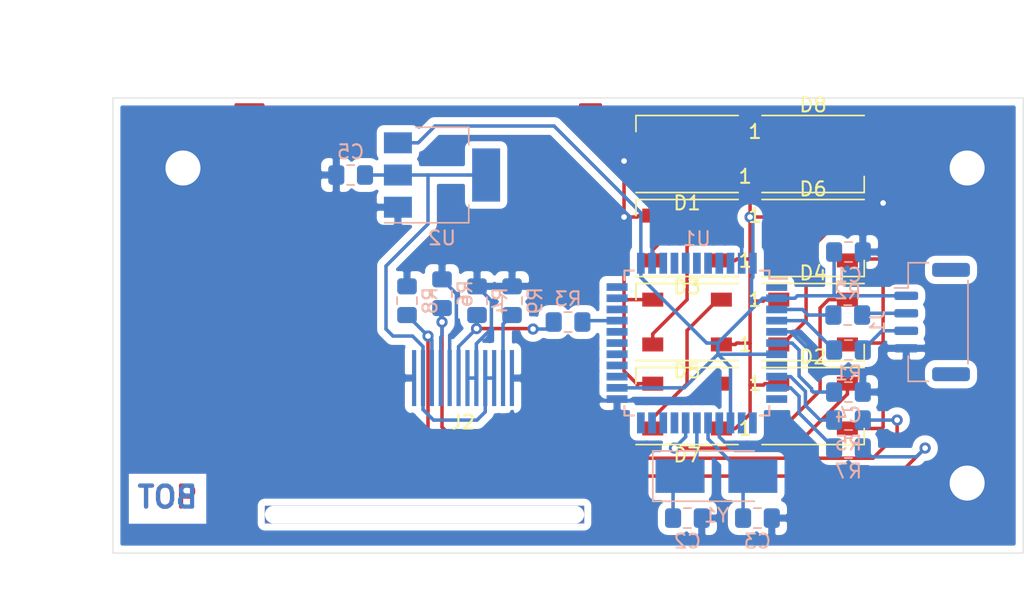
<source format=kicad_pcb>
(kicad_pcb (version 20171130) (host pcbnew 5.1.4)

  (general
    (thickness 1.6)
    (drawings 11)
    (tracks 263)
    (zones 0)
    (modules 27)
    (nets 51)
  )

  (page A4)
  (layers
    (0 F.Cu signal)
    (31 B.Cu signal)
    (32 B.Adhes user)
    (33 F.Adhes user)
    (34 B.Paste user)
    (35 F.Paste user)
    (36 B.SilkS user)
    (37 F.SilkS user)
    (38 B.Mask user)
    (39 F.Mask user)
    (40 Dwgs.User user)
    (41 Cmts.User user)
    (42 Eco1.User user)
    (43 Eco2.User user)
    (44 Edge.Cuts user)
    (45 Margin user)
    (46 B.CrtYd user)
    (47 F.CrtYd user)
    (48 B.Fab user)
    (49 F.Fab user)
  )

  (setup
    (last_trace_width 0.25)
    (trace_clearance 0.2)
    (zone_clearance 0.508)
    (zone_45_only no)
    (trace_min 0.2)
    (via_size 0.8)
    (via_drill 0.4)
    (via_min_size 0.4)
    (via_min_drill 0.3)
    (user_via 3.1 3)
    (uvia_size 0.3)
    (uvia_drill 0.1)
    (uvias_allowed no)
    (uvia_min_size 0.2)
    (uvia_min_drill 0.1)
    (edge_width 0.05)
    (segment_width 0.2)
    (pcb_text_width 0.3)
    (pcb_text_size 1.5 1.5)
    (mod_edge_width 0.12)
    (mod_text_size 1 1)
    (mod_text_width 0.15)
    (pad_size 1.524 1.524)
    (pad_drill 0.762)
    (pad_to_mask_clearance 0.051)
    (solder_mask_min_width 0.25)
    (aux_axis_origin 0 0)
    (visible_elements FFFFFF7F)
    (pcbplotparams
      (layerselection 0x010fc_ffffffff)
      (usegerberextensions false)
      (usegerberattributes false)
      (usegerberadvancedattributes false)
      (creategerberjobfile false)
      (excludeedgelayer true)
      (linewidth 0.100000)
      (plotframeref false)
      (viasonmask false)
      (mode 1)
      (useauxorigin false)
      (hpglpennumber 1)
      (hpglpenspeed 20)
      (hpglpendiameter 15.000000)
      (psnegative false)
      (psa4output false)
      (plotreference true)
      (plotvalue true)
      (plotinvisibletext false)
      (padsonsilk false)
      (subtractmaskfromsilk false)
      (outputformat 1)
      (mirror false)
      (drillshape 1)
      (scaleselection 1)
      (outputdirectory ""))
  )

  (net 0 "")
  (net 1 GND)
  (net 2 +5V)
  (net 3 "Net-(C2-Pad1)")
  (net 4 "Net-(C3-Pad1)")
  (net 5 "Net-(C4-Pad1)")
  (net 6 +3V3)
  (net 7 "Net-(J1-Pad3)")
  (net 8 "Net-(J1-Pad2)")
  (net 9 "Net-(J2-Pad10)")
  (net 10 "Net-(J2-Pad9)")
  (net 11 "Net-(J2-Pad7)")
  (net 12 "Net-(J2-Pad2)")
  (net 13 "Net-(R1-Pad1)")
  (net 14 "Net-(R2-Pad2)")
  (net 15 "Net-(R3-Pad1)")
  (net 16 "Net-(R5-Pad1)")
  (net 17 "Net-(R7-Pad1)")
  (net 18 "Net-(U1-Pad42)")
  (net 19 "Net-(U1-Pad41)")
  (net 20 "Net-(U1-Pad40)")
  (net 21 "Net-(U1-Pad39)")
  (net 22 "Net-(U1-Pad38)")
  (net 23 "Net-(U1-Pad37)")
  (net 24 "Net-(U1-Pad36)")
  (net 25 "Net-(U1-Pad33)")
  (net 26 "Net-(U1-Pad32)")
  (net 27 "Net-(U1-Pad31)")
  (net 28 "Net-(U1-Pad29)")
  (net 29 "Net-(U1-Pad28)")
  (net 30 "Net-(U1-Pad27)")
  (net 31 "Net-(U1-Pad26)")
  (net 32 "Net-(U1-Pad25)")
  (net 33 "Net-(U1-Pad22)")
  (net 34 "Net-(U1-Pad21)")
  (net 35 "Net-(U1-Pad20)")
  (net 36 "Net-(U1-Pad19)")
  (net 37 "Net-(U1-Pad13)")
  (net 38 "Net-(U1-Pad12)")
  (net 39 "Net-(U1-Pad11)")
  (net 40 "Net-(U1-Pad8)")
  (net 41 "Net-(U1-Pad1)")
  (net 42 "Net-(D1-Pad2)")
  (net 43 "Net-(D1-Pad4)")
  (net 44 "Net-(D2-Pad2)")
  (net 45 "Net-(D2-Pad4)")
  (net 46 "Net-(D3-Pad2)")
  (net 47 "Net-(D4-Pad2)")
  (net 48 "Net-(D5-Pad2)")
  (net 49 "Net-(D6-Pad2)")
  (net 50 "Net-(D7-Pad2)")

  (net_class Default "This is the default net class."
    (clearance 0.2)
    (trace_width 0.25)
    (via_dia 0.8)
    (via_drill 0.4)
    (uvia_dia 0.3)
    (uvia_drill 0.1)
    (add_net +3V3)
    (add_net +5V)
    (add_net GND)
    (add_net "Net-(C2-Pad1)")
    (add_net "Net-(C3-Pad1)")
    (add_net "Net-(C4-Pad1)")
    (add_net "Net-(D1-Pad2)")
    (add_net "Net-(D1-Pad4)")
    (add_net "Net-(D2-Pad2)")
    (add_net "Net-(D2-Pad4)")
    (add_net "Net-(D3-Pad2)")
    (add_net "Net-(D4-Pad2)")
    (add_net "Net-(D5-Pad2)")
    (add_net "Net-(D6-Pad2)")
    (add_net "Net-(D7-Pad2)")
    (add_net "Net-(J1-Pad2)")
    (add_net "Net-(J1-Pad3)")
    (add_net "Net-(J2-Pad10)")
    (add_net "Net-(J2-Pad2)")
    (add_net "Net-(J2-Pad7)")
    (add_net "Net-(J2-Pad9)")
    (add_net "Net-(R1-Pad1)")
    (add_net "Net-(R2-Pad2)")
    (add_net "Net-(R3-Pad1)")
    (add_net "Net-(R5-Pad1)")
    (add_net "Net-(R7-Pad1)")
    (add_net "Net-(U1-Pad1)")
    (add_net "Net-(U1-Pad11)")
    (add_net "Net-(U1-Pad12)")
    (add_net "Net-(U1-Pad13)")
    (add_net "Net-(U1-Pad19)")
    (add_net "Net-(U1-Pad20)")
    (add_net "Net-(U1-Pad21)")
    (add_net "Net-(U1-Pad22)")
    (add_net "Net-(U1-Pad25)")
    (add_net "Net-(U1-Pad26)")
    (add_net "Net-(U1-Pad27)")
    (add_net "Net-(U1-Pad28)")
    (add_net "Net-(U1-Pad29)")
    (add_net "Net-(U1-Pad31)")
    (add_net "Net-(U1-Pad32)")
    (add_net "Net-(U1-Pad33)")
    (add_net "Net-(U1-Pad36)")
    (add_net "Net-(U1-Pad37)")
    (add_net "Net-(U1-Pad38)")
    (add_net "Net-(U1-Pad39)")
    (add_net "Net-(U1-Pad40)")
    (add_net "Net-(U1-Pad41)")
    (add_net "Net-(U1-Pad42)")
    (add_net "Net-(U1-Pad8)")
  )

  (module Connector_JST:JST_GH_SM04B-GHS-TB_1x04-1MP_P1.25mm_Horizontal (layer B.Cu) (tedit 5B78AD87) (tstamp 5E2BA6DF)
    (at 83.5 88.5 270)
    (descr "JST GH series connector, SM04B-GHS-TB (http://www.jst-mfg.com/product/pdf/eng/eGH.pdf), generated with kicad-footprint-generator")
    (tags "connector JST GH top entry")
    (path /5E2AA071)
    (attr smd)
    (fp_text reference J1 (at 0 3.9 90) (layer B.SilkS)
      (effects (font (size 1 1) (thickness 0.15)) (justify mirror))
    )
    (fp_text value Conn_01x04 (at 0 -3.9 90) (layer B.Fab)
      (effects (font (size 1 1) (thickness 0.15)) (justify mirror))
    )
    (fp_text user %R (at 0 0 90) (layer B.Fab)
      (effects (font (size 1 1) (thickness 0.15)) (justify mirror))
    )
    (fp_line (start -1.875 0.892893) (end -1.375 1.6) (layer B.Fab) (width 0.1))
    (fp_line (start -2.375 1.6) (end -1.875 0.892893) (layer B.Fab) (width 0.1))
    (fp_line (start 4.72 3.2) (end -4.72 3.2) (layer B.CrtYd) (width 0.05))
    (fp_line (start 4.72 -3.2) (end 4.72 3.2) (layer B.CrtYd) (width 0.05))
    (fp_line (start -4.72 -3.2) (end 4.72 -3.2) (layer B.CrtYd) (width 0.05))
    (fp_line (start -4.72 3.2) (end -4.72 -3.2) (layer B.CrtYd) (width 0.05))
    (fp_line (start 4.125 1.6) (end 4.125 -2.45) (layer B.Fab) (width 0.1))
    (fp_line (start -4.125 1.6) (end -4.125 -2.45) (layer B.Fab) (width 0.1))
    (fp_line (start -4.125 -2.45) (end 4.125 -2.45) (layer B.Fab) (width 0.1))
    (fp_line (start -2.965 -2.56) (end 2.965 -2.56) (layer B.SilkS) (width 0.12))
    (fp_line (start 4.235 1.71) (end 2.435 1.71) (layer B.SilkS) (width 0.12))
    (fp_line (start 4.235 0.26) (end 4.235 1.71) (layer B.SilkS) (width 0.12))
    (fp_line (start -2.435 1.71) (end -2.435 2.7) (layer B.SilkS) (width 0.12))
    (fp_line (start -4.235 1.71) (end -2.435 1.71) (layer B.SilkS) (width 0.12))
    (fp_line (start -4.235 0.26) (end -4.235 1.71) (layer B.SilkS) (width 0.12))
    (fp_line (start -4.125 1.6) (end 4.125 1.6) (layer B.Fab) (width 0.1))
    (pad MP smd roundrect (at 3.725 -1.35 270) (size 1 2.7) (layers B.Cu B.Paste B.Mask) (roundrect_rratio 0.25))
    (pad MP smd roundrect (at -3.725 -1.35 270) (size 1 2.7) (layers B.Cu B.Paste B.Mask) (roundrect_rratio 0.25))
    (pad 4 smd roundrect (at 1.875 1.85 270) (size 0.6 1.7) (layers B.Cu B.Paste B.Mask) (roundrect_rratio 0.25)
      (net 1 GND))
    (pad 3 smd roundrect (at 0.625 1.85 270) (size 0.6 1.7) (layers B.Cu B.Paste B.Mask) (roundrect_rratio 0.25)
      (net 7 "Net-(J1-Pad3)"))
    (pad 2 smd roundrect (at -0.625 1.85 270) (size 0.6 1.7) (layers B.Cu B.Paste B.Mask) (roundrect_rratio 0.25)
      (net 8 "Net-(J1-Pad2)"))
    (pad 1 smd roundrect (at -1.875 1.85 270) (size 0.6 1.7) (layers B.Cu B.Paste B.Mask) (roundrect_rratio 0.25)
      (net 2 +5V))
    (model ${KISYS3DMOD}/Connector_JST.3dshapes/JST_GH_SM04B-GHS-TB_1x04-1MP_P1.25mm_Horizontal.wrl
      (at (xyz 0 0 0))
      (scale (xyz 1 1 1))
      (rotate (xyz 0 0 0))
    )
  )

  (module LED_SMD:LED_WS2812B_PLCC4_5.0x5.0mm_P3.2mm (layer F.Cu) (tedit 5AA4B285) (tstamp 5E2BB18E)
    (at 75 76.5)
    (descr https://cdn-shop.adafruit.com/datasheets/WS2812B.pdf)
    (tags "LED RGB NeoPixel")
    (path /5E2FA407)
    (attr smd)
    (fp_text reference D8 (at 0 -3.5) (layer F.SilkS)
      (effects (font (size 1 1) (thickness 0.15)))
    )
    (fp_text value WS2812B (at 0 4) (layer F.Fab)
      (effects (font (size 1 1) (thickness 0.15)))
    )
    (fp_circle (center 0 0) (end 0 -2) (layer F.Fab) (width 0.1))
    (fp_line (start 3.65 2.75) (end 3.65 1.6) (layer F.SilkS) (width 0.12))
    (fp_line (start -3.65 2.75) (end 3.65 2.75) (layer F.SilkS) (width 0.12))
    (fp_line (start -3.65 -2.75) (end 3.65 -2.75) (layer F.SilkS) (width 0.12))
    (fp_line (start 2.5 -2.5) (end -2.5 -2.5) (layer F.Fab) (width 0.1))
    (fp_line (start 2.5 2.5) (end 2.5 -2.5) (layer F.Fab) (width 0.1))
    (fp_line (start -2.5 2.5) (end 2.5 2.5) (layer F.Fab) (width 0.1))
    (fp_line (start -2.5 -2.5) (end -2.5 2.5) (layer F.Fab) (width 0.1))
    (fp_line (start 2.5 1.5) (end 1.5 2.5) (layer F.Fab) (width 0.1))
    (fp_line (start -3.45 -2.75) (end -3.45 2.75) (layer F.CrtYd) (width 0.05))
    (fp_line (start -3.45 2.75) (end 3.45 2.75) (layer F.CrtYd) (width 0.05))
    (fp_line (start 3.45 2.75) (end 3.45 -2.75) (layer F.CrtYd) (width 0.05))
    (fp_line (start 3.45 -2.75) (end -3.45 -2.75) (layer F.CrtYd) (width 0.05))
    (fp_text user %R (at 0 0) (layer F.Fab)
      (effects (font (size 0.8 0.8) (thickness 0.15)))
    )
    (fp_text user 1 (at -4.15 -1.6) (layer F.SilkS)
      (effects (font (size 1 1) (thickness 0.15)))
    )
    (pad 1 smd rect (at -2.45 -1.6) (size 1.5 1) (layers F.Cu F.Paste F.Mask)
      (net 2 +5V))
    (pad 2 smd rect (at -2.45 1.6) (size 1.5 1) (layers F.Cu F.Paste F.Mask)
      (net 43 "Net-(D1-Pad4)"))
    (pad 4 smd rect (at 2.45 -1.6) (size 1.5 1) (layers F.Cu F.Paste F.Mask)
      (net 49 "Net-(D6-Pad2)"))
    (pad 3 smd rect (at 2.45 1.6) (size 1.5 1) (layers F.Cu F.Paste F.Mask)
      (net 1 GND))
    (model ${KISYS3DMOD}/LED_SMD.3dshapes/LED_WS2812B_PLCC4_5.0x5.0mm_P3.2mm.wrl
      (at (xyz 0 0 0))
      (scale (xyz 1 1 1))
      (rotate (xyz 0 0 0))
    )
  )

  (module LED_SMD:LED_WS2812B_PLCC4_5.0x5.0mm_P3.2mm (layer F.Cu) (tedit 5AA4B285) (tstamp 5E2BB177)
    (at 66 94.5 180)
    (descr https://cdn-shop.adafruit.com/datasheets/WS2812B.pdf)
    (tags "LED RGB NeoPixel")
    (path /5E303AD9)
    (attr smd)
    (fp_text reference D7 (at 0 -3.5) (layer F.SilkS)
      (effects (font (size 1 1) (thickness 0.15)))
    )
    (fp_text value WS2812B (at 0 4) (layer F.Fab)
      (effects (font (size 1 1) (thickness 0.15)))
    )
    (fp_circle (center 0 0) (end 0 -2) (layer F.Fab) (width 0.1))
    (fp_line (start 3.65 2.75) (end 3.65 1.6) (layer F.SilkS) (width 0.12))
    (fp_line (start -3.65 2.75) (end 3.65 2.75) (layer F.SilkS) (width 0.12))
    (fp_line (start -3.65 -2.75) (end 3.65 -2.75) (layer F.SilkS) (width 0.12))
    (fp_line (start 2.5 -2.5) (end -2.5 -2.5) (layer F.Fab) (width 0.1))
    (fp_line (start 2.5 2.5) (end 2.5 -2.5) (layer F.Fab) (width 0.1))
    (fp_line (start -2.5 2.5) (end 2.5 2.5) (layer F.Fab) (width 0.1))
    (fp_line (start -2.5 -2.5) (end -2.5 2.5) (layer F.Fab) (width 0.1))
    (fp_line (start 2.5 1.5) (end 1.5 2.5) (layer F.Fab) (width 0.1))
    (fp_line (start -3.45 -2.75) (end -3.45 2.75) (layer F.CrtYd) (width 0.05))
    (fp_line (start -3.45 2.75) (end 3.45 2.75) (layer F.CrtYd) (width 0.05))
    (fp_line (start 3.45 2.75) (end 3.45 -2.75) (layer F.CrtYd) (width 0.05))
    (fp_line (start 3.45 -2.75) (end -3.45 -2.75) (layer F.CrtYd) (width 0.05))
    (fp_text user %R (at 0 0) (layer F.Fab)
      (effects (font (size 0.8 0.8) (thickness 0.15)))
    )
    (fp_text user 1 (at -4.15 -1.6) (layer F.SilkS)
      (effects (font (size 1 1) (thickness 0.15)))
    )
    (pad 1 smd rect (at -2.45 -1.6 180) (size 1.5 1) (layers F.Cu F.Paste F.Mask)
      (net 2 +5V))
    (pad 2 smd rect (at -2.45 1.6 180) (size 1.5 1) (layers F.Cu F.Paste F.Mask)
      (net 50 "Net-(D7-Pad2)"))
    (pad 4 smd rect (at 2.45 -1.6 180) (size 1.5 1) (layers F.Cu F.Paste F.Mask)
      (net 48 "Net-(D5-Pad2)"))
    (pad 3 smd rect (at 2.45 1.6 180) (size 1.5 1) (layers F.Cu F.Paste F.Mask)
      (net 1 GND))
    (model ${KISYS3DMOD}/LED_SMD.3dshapes/LED_WS2812B_PLCC4_5.0x5.0mm_P3.2mm.wrl
      (at (xyz 0 0 0))
      (scale (xyz 1 1 1))
      (rotate (xyz 0 0 0))
    )
  )

  (module LED_SMD:LED_WS2812B_PLCC4_5.0x5.0mm_P3.2mm (layer F.Cu) (tedit 5AA4B285) (tstamp 5E2BB160)
    (at 75 82.5)
    (descr https://cdn-shop.adafruit.com/datasheets/WS2812B.pdf)
    (tags "LED RGB NeoPixel")
    (path /5E2FA3F5)
    (attr smd)
    (fp_text reference D6 (at 0 -3.5) (layer F.SilkS)
      (effects (font (size 1 1) (thickness 0.15)))
    )
    (fp_text value WS2812B (at 0 4) (layer F.Fab)
      (effects (font (size 1 1) (thickness 0.15)))
    )
    (fp_circle (center 0 0) (end 0 -2) (layer F.Fab) (width 0.1))
    (fp_line (start 3.65 2.75) (end 3.65 1.6) (layer F.SilkS) (width 0.12))
    (fp_line (start -3.65 2.75) (end 3.65 2.75) (layer F.SilkS) (width 0.12))
    (fp_line (start -3.65 -2.75) (end 3.65 -2.75) (layer F.SilkS) (width 0.12))
    (fp_line (start 2.5 -2.5) (end -2.5 -2.5) (layer F.Fab) (width 0.1))
    (fp_line (start 2.5 2.5) (end 2.5 -2.5) (layer F.Fab) (width 0.1))
    (fp_line (start -2.5 2.5) (end 2.5 2.5) (layer F.Fab) (width 0.1))
    (fp_line (start -2.5 -2.5) (end -2.5 2.5) (layer F.Fab) (width 0.1))
    (fp_line (start 2.5 1.5) (end 1.5 2.5) (layer F.Fab) (width 0.1))
    (fp_line (start -3.45 -2.75) (end -3.45 2.75) (layer F.CrtYd) (width 0.05))
    (fp_line (start -3.45 2.75) (end 3.45 2.75) (layer F.CrtYd) (width 0.05))
    (fp_line (start 3.45 2.75) (end 3.45 -2.75) (layer F.CrtYd) (width 0.05))
    (fp_line (start 3.45 -2.75) (end -3.45 -2.75) (layer F.CrtYd) (width 0.05))
    (fp_text user %R (at 0 0) (layer F.Fab)
      (effects (font (size 0.8 0.8) (thickness 0.15)))
    )
    (fp_text user 1 (at -4.15 -1.6) (layer F.SilkS)
      (effects (font (size 1 1) (thickness 0.15)))
    )
    (pad 1 smd rect (at -2.45 -1.6) (size 1.5 1) (layers F.Cu F.Paste F.Mask)
      (net 2 +5V))
    (pad 2 smd rect (at -2.45 1.6) (size 1.5 1) (layers F.Cu F.Paste F.Mask)
      (net 49 "Net-(D6-Pad2)"))
    (pad 4 smd rect (at 2.45 -1.6) (size 1.5 1) (layers F.Cu F.Paste F.Mask)
      (net 47 "Net-(D4-Pad2)"))
    (pad 3 smd rect (at 2.45 1.6) (size 1.5 1) (layers F.Cu F.Paste F.Mask)
      (net 1 GND))
    (model ${KISYS3DMOD}/LED_SMD.3dshapes/LED_WS2812B_PLCC4_5.0x5.0mm_P3.2mm.wrl
      (at (xyz 0 0 0))
      (scale (xyz 1 1 1))
      (rotate (xyz 0 0 0))
    )
  )

  (module LED_SMD:LED_WS2812B_PLCC4_5.0x5.0mm_P3.2mm (layer F.Cu) (tedit 5AA4B285) (tstamp 5E2BB149)
    (at 66 88.5 180)
    (descr https://cdn-shop.adafruit.com/datasheets/WS2812B.pdf)
    (tags "LED RGB NeoPixel")
    (path /5E303AC7)
    (attr smd)
    (fp_text reference D5 (at 0 -3.5) (layer F.SilkS)
      (effects (font (size 1 1) (thickness 0.15)))
    )
    (fp_text value WS2812B (at 0 4) (layer F.Fab)
      (effects (font (size 1 1) (thickness 0.15)))
    )
    (fp_circle (center 0 0) (end 0 -2) (layer F.Fab) (width 0.1))
    (fp_line (start 3.65 2.75) (end 3.65 1.6) (layer F.SilkS) (width 0.12))
    (fp_line (start -3.65 2.75) (end 3.65 2.75) (layer F.SilkS) (width 0.12))
    (fp_line (start -3.65 -2.75) (end 3.65 -2.75) (layer F.SilkS) (width 0.12))
    (fp_line (start 2.5 -2.5) (end -2.5 -2.5) (layer F.Fab) (width 0.1))
    (fp_line (start 2.5 2.5) (end 2.5 -2.5) (layer F.Fab) (width 0.1))
    (fp_line (start -2.5 2.5) (end 2.5 2.5) (layer F.Fab) (width 0.1))
    (fp_line (start -2.5 -2.5) (end -2.5 2.5) (layer F.Fab) (width 0.1))
    (fp_line (start 2.5 1.5) (end 1.5 2.5) (layer F.Fab) (width 0.1))
    (fp_line (start -3.45 -2.75) (end -3.45 2.75) (layer F.CrtYd) (width 0.05))
    (fp_line (start -3.45 2.75) (end 3.45 2.75) (layer F.CrtYd) (width 0.05))
    (fp_line (start 3.45 2.75) (end 3.45 -2.75) (layer F.CrtYd) (width 0.05))
    (fp_line (start 3.45 -2.75) (end -3.45 -2.75) (layer F.CrtYd) (width 0.05))
    (fp_text user %R (at 0 0) (layer F.Fab)
      (effects (font (size 0.8 0.8) (thickness 0.15)))
    )
    (fp_text user 1 (at -4.15 -1.6) (layer F.SilkS)
      (effects (font (size 1 1) (thickness 0.15)))
    )
    (pad 1 smd rect (at -2.45 -1.6 180) (size 1.5 1) (layers F.Cu F.Paste F.Mask)
      (net 2 +5V))
    (pad 2 smd rect (at -2.45 1.6 180) (size 1.5 1) (layers F.Cu F.Paste F.Mask)
      (net 48 "Net-(D5-Pad2)"))
    (pad 4 smd rect (at 2.45 -1.6 180) (size 1.5 1) (layers F.Cu F.Paste F.Mask)
      (net 46 "Net-(D3-Pad2)"))
    (pad 3 smd rect (at 2.45 1.6 180) (size 1.5 1) (layers F.Cu F.Paste F.Mask)
      (net 1 GND))
    (model ${KISYS3DMOD}/LED_SMD.3dshapes/LED_WS2812B_PLCC4_5.0x5.0mm_P3.2mm.wrl
      (at (xyz 0 0 0))
      (scale (xyz 1 1 1))
      (rotate (xyz 0 0 0))
    )
  )

  (module LED_SMD:LED_WS2812B_PLCC4_5.0x5.0mm_P3.2mm (layer F.Cu) (tedit 5AA4B285) (tstamp 5E2BB132)
    (at 75 88.5)
    (descr https://cdn-shop.adafruit.com/datasheets/WS2812B.pdf)
    (tags "LED RGB NeoPixel")
    (path /5E2F51B5)
    (attr smd)
    (fp_text reference D4 (at 0 -3.5) (layer F.SilkS)
      (effects (font (size 1 1) (thickness 0.15)))
    )
    (fp_text value WS2812B (at 0 4) (layer F.Fab)
      (effects (font (size 1 1) (thickness 0.15)))
    )
    (fp_circle (center 0 0) (end 0 -2) (layer F.Fab) (width 0.1))
    (fp_line (start 3.65 2.75) (end 3.65 1.6) (layer F.SilkS) (width 0.12))
    (fp_line (start -3.65 2.75) (end 3.65 2.75) (layer F.SilkS) (width 0.12))
    (fp_line (start -3.65 -2.75) (end 3.65 -2.75) (layer F.SilkS) (width 0.12))
    (fp_line (start 2.5 -2.5) (end -2.5 -2.5) (layer F.Fab) (width 0.1))
    (fp_line (start 2.5 2.5) (end 2.5 -2.5) (layer F.Fab) (width 0.1))
    (fp_line (start -2.5 2.5) (end 2.5 2.5) (layer F.Fab) (width 0.1))
    (fp_line (start -2.5 -2.5) (end -2.5 2.5) (layer F.Fab) (width 0.1))
    (fp_line (start 2.5 1.5) (end 1.5 2.5) (layer F.Fab) (width 0.1))
    (fp_line (start -3.45 -2.75) (end -3.45 2.75) (layer F.CrtYd) (width 0.05))
    (fp_line (start -3.45 2.75) (end 3.45 2.75) (layer F.CrtYd) (width 0.05))
    (fp_line (start 3.45 2.75) (end 3.45 -2.75) (layer F.CrtYd) (width 0.05))
    (fp_line (start 3.45 -2.75) (end -3.45 -2.75) (layer F.CrtYd) (width 0.05))
    (fp_text user %R (at 0 0) (layer F.Fab)
      (effects (font (size 0.8 0.8) (thickness 0.15)))
    )
    (fp_text user 1 (at -4.15 -1.6) (layer F.SilkS)
      (effects (font (size 1 1) (thickness 0.15)))
    )
    (pad 1 smd rect (at -2.45 -1.6) (size 1.5 1) (layers F.Cu F.Paste F.Mask)
      (net 2 +5V))
    (pad 2 smd rect (at -2.45 1.6) (size 1.5 1) (layers F.Cu F.Paste F.Mask)
      (net 47 "Net-(D4-Pad2)"))
    (pad 4 smd rect (at 2.45 -1.6) (size 1.5 1) (layers F.Cu F.Paste F.Mask)
      (net 44 "Net-(D2-Pad2)"))
    (pad 3 smd rect (at 2.45 1.6) (size 1.5 1) (layers F.Cu F.Paste F.Mask)
      (net 1 GND))
    (model ${KISYS3DMOD}/LED_SMD.3dshapes/LED_WS2812B_PLCC4_5.0x5.0mm_P3.2mm.wrl
      (at (xyz 0 0 0))
      (scale (xyz 1 1 1))
      (rotate (xyz 0 0 0))
    )
  )

  (module LED_SMD:LED_WS2812B_PLCC4_5.0x5.0mm_P3.2mm (layer F.Cu) (tedit 5AA4B285) (tstamp 5E2BB11B)
    (at 66 82.5 180)
    (descr https://cdn-shop.adafruit.com/datasheets/WS2812B.pdf)
    (tags "LED RGB NeoPixel")
    (path /5E303AB5)
    (attr smd)
    (fp_text reference D3 (at 0 -3.5) (layer F.SilkS)
      (effects (font (size 1 1) (thickness 0.15)))
    )
    (fp_text value WS2812B (at 0 4) (layer F.Fab)
      (effects (font (size 1 1) (thickness 0.15)))
    )
    (fp_circle (center 0 0) (end 0 -2) (layer F.Fab) (width 0.1))
    (fp_line (start 3.65 2.75) (end 3.65 1.6) (layer F.SilkS) (width 0.12))
    (fp_line (start -3.65 2.75) (end 3.65 2.75) (layer F.SilkS) (width 0.12))
    (fp_line (start -3.65 -2.75) (end 3.65 -2.75) (layer F.SilkS) (width 0.12))
    (fp_line (start 2.5 -2.5) (end -2.5 -2.5) (layer F.Fab) (width 0.1))
    (fp_line (start 2.5 2.5) (end 2.5 -2.5) (layer F.Fab) (width 0.1))
    (fp_line (start -2.5 2.5) (end 2.5 2.5) (layer F.Fab) (width 0.1))
    (fp_line (start -2.5 -2.5) (end -2.5 2.5) (layer F.Fab) (width 0.1))
    (fp_line (start 2.5 1.5) (end 1.5 2.5) (layer F.Fab) (width 0.1))
    (fp_line (start -3.45 -2.75) (end -3.45 2.75) (layer F.CrtYd) (width 0.05))
    (fp_line (start -3.45 2.75) (end 3.45 2.75) (layer F.CrtYd) (width 0.05))
    (fp_line (start 3.45 2.75) (end 3.45 -2.75) (layer F.CrtYd) (width 0.05))
    (fp_line (start 3.45 -2.75) (end -3.45 -2.75) (layer F.CrtYd) (width 0.05))
    (fp_text user %R (at 0 0) (layer F.Fab)
      (effects (font (size 0.8 0.8) (thickness 0.15)))
    )
    (fp_text user 1 (at -4.15 -1.6) (layer F.SilkS)
      (effects (font (size 1 1) (thickness 0.15)))
    )
    (pad 1 smd rect (at -2.45 -1.6 180) (size 1.5 1) (layers F.Cu F.Paste F.Mask)
      (net 2 +5V))
    (pad 2 smd rect (at -2.45 1.6 180) (size 1.5 1) (layers F.Cu F.Paste F.Mask)
      (net 46 "Net-(D3-Pad2)"))
    (pad 4 smd rect (at 2.45 -1.6 180) (size 1.5 1) (layers F.Cu F.Paste F.Mask)
      (net 42 "Net-(D1-Pad2)"))
    (pad 3 smd rect (at 2.45 1.6 180) (size 1.5 1) (layers F.Cu F.Paste F.Mask)
      (net 1 GND))
    (model ${KISYS3DMOD}/LED_SMD.3dshapes/LED_WS2812B_PLCC4_5.0x5.0mm_P3.2mm.wrl
      (at (xyz 0 0 0))
      (scale (xyz 1 1 1))
      (rotate (xyz 0 0 0))
    )
  )

  (module LED_SMD:LED_WS2812B_PLCC4_5.0x5.0mm_P3.2mm (layer F.Cu) (tedit 5AA4B285) (tstamp 5E2BB104)
    (at 75 94.5)
    (descr https://cdn-shop.adafruit.com/datasheets/WS2812B.pdf)
    (tags "LED RGB NeoPixel")
    (path /5E2E5A08)
    (attr smd)
    (fp_text reference D2 (at 0 -3.5) (layer F.SilkS)
      (effects (font (size 1 1) (thickness 0.15)))
    )
    (fp_text value WS2812B (at 0 4) (layer F.Fab)
      (effects (font (size 1 1) (thickness 0.15)))
    )
    (fp_circle (center 0 0) (end 0 -2) (layer F.Fab) (width 0.1))
    (fp_line (start 3.65 2.75) (end 3.65 1.6) (layer F.SilkS) (width 0.12))
    (fp_line (start -3.65 2.75) (end 3.65 2.75) (layer F.SilkS) (width 0.12))
    (fp_line (start -3.65 -2.75) (end 3.65 -2.75) (layer F.SilkS) (width 0.12))
    (fp_line (start 2.5 -2.5) (end -2.5 -2.5) (layer F.Fab) (width 0.1))
    (fp_line (start 2.5 2.5) (end 2.5 -2.5) (layer F.Fab) (width 0.1))
    (fp_line (start -2.5 2.5) (end 2.5 2.5) (layer F.Fab) (width 0.1))
    (fp_line (start -2.5 -2.5) (end -2.5 2.5) (layer F.Fab) (width 0.1))
    (fp_line (start 2.5 1.5) (end 1.5 2.5) (layer F.Fab) (width 0.1))
    (fp_line (start -3.45 -2.75) (end -3.45 2.75) (layer F.CrtYd) (width 0.05))
    (fp_line (start -3.45 2.75) (end 3.45 2.75) (layer F.CrtYd) (width 0.05))
    (fp_line (start 3.45 2.75) (end 3.45 -2.75) (layer F.CrtYd) (width 0.05))
    (fp_line (start 3.45 -2.75) (end -3.45 -2.75) (layer F.CrtYd) (width 0.05))
    (fp_text user %R (at 0 0) (layer F.Fab)
      (effects (font (size 0.8 0.8) (thickness 0.15)))
    )
    (fp_text user 1 (at -4.15 -1.6) (layer F.SilkS)
      (effects (font (size 1 1) (thickness 0.15)))
    )
    (pad 1 smd rect (at -2.45 -1.6) (size 1.5 1) (layers F.Cu F.Paste F.Mask)
      (net 2 +5V))
    (pad 2 smd rect (at -2.45 1.6) (size 1.5 1) (layers F.Cu F.Paste F.Mask)
      (net 44 "Net-(D2-Pad2)"))
    (pad 4 smd rect (at 2.45 -1.6) (size 1.5 1) (layers F.Cu F.Paste F.Mask)
      (net 45 "Net-(D2-Pad4)"))
    (pad 3 smd rect (at 2.45 1.6) (size 1.5 1) (layers F.Cu F.Paste F.Mask)
      (net 1 GND))
    (model ${KISYS3DMOD}/LED_SMD.3dshapes/LED_WS2812B_PLCC4_5.0x5.0mm_P3.2mm.wrl
      (at (xyz 0 0 0))
      (scale (xyz 1 1 1))
      (rotate (xyz 0 0 0))
    )
  )

  (module LED_SMD:LED_WS2812B_PLCC4_5.0x5.0mm_P3.2mm (layer F.Cu) (tedit 5AA4B285) (tstamp 5E2BB0ED)
    (at 66 76.5 180)
    (descr https://cdn-shop.adafruit.com/datasheets/WS2812B.pdf)
    (tags "LED RGB NeoPixel")
    (path /5E303AA3)
    (attr smd)
    (fp_text reference D1 (at 0 -3.5) (layer F.SilkS)
      (effects (font (size 1 1) (thickness 0.15)))
    )
    (fp_text value WS2812B (at 0 4) (layer F.Fab)
      (effects (font (size 1 1) (thickness 0.15)))
    )
    (fp_circle (center 0 0) (end 0 -2) (layer F.Fab) (width 0.1))
    (fp_line (start 3.65 2.75) (end 3.65 1.6) (layer F.SilkS) (width 0.12))
    (fp_line (start -3.65 2.75) (end 3.65 2.75) (layer F.SilkS) (width 0.12))
    (fp_line (start -3.65 -2.75) (end 3.65 -2.75) (layer F.SilkS) (width 0.12))
    (fp_line (start 2.5 -2.5) (end -2.5 -2.5) (layer F.Fab) (width 0.1))
    (fp_line (start 2.5 2.5) (end 2.5 -2.5) (layer F.Fab) (width 0.1))
    (fp_line (start -2.5 2.5) (end 2.5 2.5) (layer F.Fab) (width 0.1))
    (fp_line (start -2.5 -2.5) (end -2.5 2.5) (layer F.Fab) (width 0.1))
    (fp_line (start 2.5 1.5) (end 1.5 2.5) (layer F.Fab) (width 0.1))
    (fp_line (start -3.45 -2.75) (end -3.45 2.75) (layer F.CrtYd) (width 0.05))
    (fp_line (start -3.45 2.75) (end 3.45 2.75) (layer F.CrtYd) (width 0.05))
    (fp_line (start 3.45 2.75) (end 3.45 -2.75) (layer F.CrtYd) (width 0.05))
    (fp_line (start 3.45 -2.75) (end -3.45 -2.75) (layer F.CrtYd) (width 0.05))
    (fp_text user %R (at 0 0) (layer F.Fab)
      (effects (font (size 0.8 0.8) (thickness 0.15)))
    )
    (fp_text user 1 (at -4.15 -1.6) (layer F.SilkS)
      (effects (font (size 1 1) (thickness 0.15)))
    )
    (pad 1 smd rect (at -2.45 -1.6 180) (size 1.5 1) (layers F.Cu F.Paste F.Mask)
      (net 2 +5V))
    (pad 2 smd rect (at -2.45 1.6 180) (size 1.5 1) (layers F.Cu F.Paste F.Mask)
      (net 42 "Net-(D1-Pad2)"))
    (pad 4 smd rect (at 2.45 -1.6 180) (size 1.5 1) (layers F.Cu F.Paste F.Mask)
      (net 43 "Net-(D1-Pad4)"))
    (pad 3 smd rect (at 2.45 1.6 180) (size 1.5 1) (layers F.Cu F.Paste F.Mask)
      (net 1 GND))
    (model ${KISYS3DMOD}/LED_SMD.3dshapes/LED_WS2812B_PLCC4_5.0x5.0mm_P3.2mm.wrl
      (at (xyz 0 0 0))
      (scale (xyz 1 1 1))
      (rotate (xyz 0 0 0))
    )
  )

  (module Crystal:Crystal_SMD_5032-2Pin_5.0x3.2mm_HandSoldering (layer B.Cu) (tedit 5A0FD1B2) (tstamp 5E2BA801)
    (at 68.1 99.5)
    (descr "SMD Crystal SERIES SMD2520/2 http://www.icbase.com/File/PDF/HKC/HKC00061008.pdf, hand-soldering, 5.0x3.2mm^2 package")
    (tags "SMD SMT crystal hand-soldering")
    (path /5E2B5DCE)
    (attr smd)
    (fp_text reference Y1 (at 0 2.8) (layer B.SilkS)
      (effects (font (size 1 1) (thickness 0.15)) (justify mirror))
    )
    (fp_text value 16MHz (at 0 -2.8) (layer B.Fab)
      (effects (font (size 1 1) (thickness 0.15)) (justify mirror))
    )
    (fp_circle (center 0 0) (end 0.093333 0) (layer B.Adhes) (width 0.186667))
    (fp_circle (center 0 0) (end 0.213333 0) (layer B.Adhes) (width 0.133333))
    (fp_circle (center 0 0) (end 0.333333 0) (layer B.Adhes) (width 0.133333))
    (fp_circle (center 0 0) (end 0.4 0) (layer B.Adhes) (width 0.1))
    (fp_line (start 4.6 1.9) (end -4.6 1.9) (layer B.CrtYd) (width 0.05))
    (fp_line (start 4.6 -1.9) (end 4.6 1.9) (layer B.CrtYd) (width 0.05))
    (fp_line (start -4.6 -1.9) (end 4.6 -1.9) (layer B.CrtYd) (width 0.05))
    (fp_line (start -4.6 1.9) (end -4.6 -1.9) (layer B.CrtYd) (width 0.05))
    (fp_line (start -4.55 -1.8) (end 2.7 -1.8) (layer B.SilkS) (width 0.12))
    (fp_line (start -4.55 1.8) (end -4.55 -1.8) (layer B.SilkS) (width 0.12))
    (fp_line (start 2.7 1.8) (end -4.55 1.8) (layer B.SilkS) (width 0.12))
    (fp_line (start -2.5 -0.6) (end -1.5 -1.6) (layer B.Fab) (width 0.1))
    (fp_line (start -2.5 1.4) (end -2.3 1.6) (layer B.Fab) (width 0.1))
    (fp_line (start -2.5 -1.4) (end -2.5 1.4) (layer B.Fab) (width 0.1))
    (fp_line (start -2.3 -1.6) (end -2.5 -1.4) (layer B.Fab) (width 0.1))
    (fp_line (start 2.3 -1.6) (end -2.3 -1.6) (layer B.Fab) (width 0.1))
    (fp_line (start 2.5 -1.4) (end 2.3 -1.6) (layer B.Fab) (width 0.1))
    (fp_line (start 2.5 1.4) (end 2.5 -1.4) (layer B.Fab) (width 0.1))
    (fp_line (start 2.3 1.6) (end 2.5 1.4) (layer B.Fab) (width 0.1))
    (fp_line (start -2.3 1.6) (end 2.3 1.6) (layer B.Fab) (width 0.1))
    (fp_text user %R (at 0 0) (layer B.Fab)
      (effects (font (size 1 1) (thickness 0.15)) (justify mirror))
    )
    (pad 2 smd rect (at 2.6 0) (size 3.5 2.4) (layers B.Cu B.Paste B.Mask)
      (net 4 "Net-(C3-Pad1)"))
    (pad 1 smd rect (at -2.6 0) (size 3.5 2.4) (layers B.Cu B.Paste B.Mask)
      (net 3 "Net-(C2-Pad1)"))
    (model ${KISYS3DMOD}/Crystal.3dshapes/Crystal_SMD_5032-2Pin_5.0x3.2mm_HandSoldering.wrl
      (at (xyz 0 0 0))
      (scale (xyz 1 1 1))
      (rotate (xyz 0 0 0))
    )
  )

  (module Package_TO_SOT_SMD:SOT-223-3_TabPin2 (layer B.Cu) (tedit 5A02FF57) (tstamp 5E2BA7E6)
    (at 48.5 78)
    (descr "module CMS SOT223 4 pins")
    (tags "CMS SOT")
    (path /5E2B4B52)
    (attr smd)
    (fp_text reference U2 (at 0 4.5) (layer B.SilkS)
      (effects (font (size 1 1) (thickness 0.15)) (justify mirror))
    )
    (fp_text value AMS1117-3.3 (at 0 -4.5) (layer B.Fab)
      (effects (font (size 1 1) (thickness 0.15)) (justify mirror))
    )
    (fp_line (start 1.85 3.35) (end 1.85 -3.35) (layer B.Fab) (width 0.1))
    (fp_line (start -1.85 -3.35) (end 1.85 -3.35) (layer B.Fab) (width 0.1))
    (fp_line (start -4.1 3.41) (end 1.91 3.41) (layer B.SilkS) (width 0.12))
    (fp_line (start -0.85 3.35) (end 1.85 3.35) (layer B.Fab) (width 0.1))
    (fp_line (start -1.85 -3.41) (end 1.91 -3.41) (layer B.SilkS) (width 0.12))
    (fp_line (start -1.85 2.35) (end -1.85 -3.35) (layer B.Fab) (width 0.1))
    (fp_line (start -1.85 2.35) (end -0.85 3.35) (layer B.Fab) (width 0.1))
    (fp_line (start -4.4 3.6) (end -4.4 -3.6) (layer B.CrtYd) (width 0.05))
    (fp_line (start -4.4 -3.6) (end 4.4 -3.6) (layer B.CrtYd) (width 0.05))
    (fp_line (start 4.4 -3.6) (end 4.4 3.6) (layer B.CrtYd) (width 0.05))
    (fp_line (start 4.4 3.6) (end -4.4 3.6) (layer B.CrtYd) (width 0.05))
    (fp_line (start 1.91 3.41) (end 1.91 2.15) (layer B.SilkS) (width 0.12))
    (fp_line (start 1.91 -3.41) (end 1.91 -2.15) (layer B.SilkS) (width 0.12))
    (fp_text user %R (at 0 0 -90) (layer B.Fab)
      (effects (font (size 0.8 0.8) (thickness 0.12)) (justify mirror))
    )
    (pad 1 smd rect (at -3.15 2.3) (size 2 1.5) (layers B.Cu B.Paste B.Mask)
      (net 1 GND))
    (pad 3 smd rect (at -3.15 -2.3) (size 2 1.5) (layers B.Cu B.Paste B.Mask)
      (net 2 +5V))
    (pad 2 smd rect (at -3.15 0) (size 2 1.5) (layers B.Cu B.Paste B.Mask)
      (net 6 +3V3))
    (pad 2 smd rect (at 3.15 0) (size 2 3.8) (layers B.Cu B.Paste B.Mask)
      (net 6 +3V3))
    (model ${KISYS3DMOD}/Package_TO_SOT_SMD.3dshapes/SOT-223.wrl
      (at (xyz 0 0 0))
      (scale (xyz 1 1 1))
      (rotate (xyz 0 0 0))
    )
  )

  (module Package_QFP:TQFP-44_10x10mm_P0.8mm (layer B.Cu) (tedit 5A02F146) (tstamp 5E2BA7D0)
    (at 66.7 90 180)
    (descr "44-Lead Plastic Thin Quad Flatpack (PT) - 10x10x1.0 mm Body [TQFP] (see Microchip Packaging Specification 00000049BS.pdf)")
    (tags "QFP 0.8")
    (path /5E2AAF54)
    (attr smd)
    (fp_text reference U1 (at 0 7.45) (layer B.SilkS)
      (effects (font (size 1 1) (thickness 0.15)) (justify mirror))
    )
    (fp_text value ATmega32U4-AU (at 0 -7.45) (layer B.Fab)
      (effects (font (size 1 1) (thickness 0.15)) (justify mirror))
    )
    (fp_line (start -5.175 4.6) (end -6.45 4.6) (layer B.SilkS) (width 0.15))
    (fp_line (start 5.175 5.175) (end 4.5 5.175) (layer B.SilkS) (width 0.15))
    (fp_line (start 5.175 -5.175) (end 4.5 -5.175) (layer B.SilkS) (width 0.15))
    (fp_line (start -5.175 -5.175) (end -4.5 -5.175) (layer B.SilkS) (width 0.15))
    (fp_line (start -5.175 5.175) (end -4.5 5.175) (layer B.SilkS) (width 0.15))
    (fp_line (start -5.175 -5.175) (end -5.175 -4.5) (layer B.SilkS) (width 0.15))
    (fp_line (start 5.175 -5.175) (end 5.175 -4.5) (layer B.SilkS) (width 0.15))
    (fp_line (start 5.175 5.175) (end 5.175 4.5) (layer B.SilkS) (width 0.15))
    (fp_line (start -5.175 5.175) (end -5.175 4.6) (layer B.SilkS) (width 0.15))
    (fp_line (start -6.7 -6.7) (end 6.7 -6.7) (layer B.CrtYd) (width 0.05))
    (fp_line (start -6.7 6.7) (end 6.7 6.7) (layer B.CrtYd) (width 0.05))
    (fp_line (start 6.7 6.7) (end 6.7 -6.7) (layer B.CrtYd) (width 0.05))
    (fp_line (start -6.7 6.7) (end -6.7 -6.7) (layer B.CrtYd) (width 0.05))
    (fp_line (start -5 4) (end -4 5) (layer B.Fab) (width 0.15))
    (fp_line (start -5 -5) (end -5 4) (layer B.Fab) (width 0.15))
    (fp_line (start 5 -5) (end -5 -5) (layer B.Fab) (width 0.15))
    (fp_line (start 5 5) (end 5 -5) (layer B.Fab) (width 0.15))
    (fp_line (start -4 5) (end 5 5) (layer B.Fab) (width 0.15))
    (fp_text user %R (at 0 0) (layer B.Fab)
      (effects (font (size 1 1) (thickness 0.15)) (justify mirror))
    )
    (pad 44 smd rect (at -4 5.7 90) (size 1.5 0.55) (layers B.Cu B.Paste B.Mask)
      (net 2 +5V))
    (pad 43 smd rect (at -3.2 5.7 90) (size 1.5 0.55) (layers B.Cu B.Paste B.Mask)
      (net 1 GND))
    (pad 42 smd rect (at -2.4 5.7 90) (size 1.5 0.55) (layers B.Cu B.Paste B.Mask)
      (net 18 "Net-(U1-Pad42)"))
    (pad 41 smd rect (at -1.6 5.7 90) (size 1.5 0.55) (layers B.Cu B.Paste B.Mask)
      (net 19 "Net-(U1-Pad41)"))
    (pad 40 smd rect (at -0.8 5.7 90) (size 1.5 0.55) (layers B.Cu B.Paste B.Mask)
      (net 20 "Net-(U1-Pad40)"))
    (pad 39 smd rect (at 0 5.7 90) (size 1.5 0.55) (layers B.Cu B.Paste B.Mask)
      (net 21 "Net-(U1-Pad39)"))
    (pad 38 smd rect (at 0.8 5.7 90) (size 1.5 0.55) (layers B.Cu B.Paste B.Mask)
      (net 22 "Net-(U1-Pad38)"))
    (pad 37 smd rect (at 1.6 5.7 90) (size 1.5 0.55) (layers B.Cu B.Paste B.Mask)
      (net 23 "Net-(U1-Pad37)"))
    (pad 36 smd rect (at 2.4 5.7 90) (size 1.5 0.55) (layers B.Cu B.Paste B.Mask)
      (net 24 "Net-(U1-Pad36)"))
    (pad 35 smd rect (at 3.2 5.7 90) (size 1.5 0.55) (layers B.Cu B.Paste B.Mask)
      (net 1 GND))
    (pad 34 smd rect (at 4 5.7 90) (size 1.5 0.55) (layers B.Cu B.Paste B.Mask)
      (net 2 +5V))
    (pad 33 smd rect (at 5.7 4 180) (size 1.5 0.55) (layers B.Cu B.Paste B.Mask)
      (net 25 "Net-(U1-Pad33)"))
    (pad 32 smd rect (at 5.7 3.2 180) (size 1.5 0.55) (layers B.Cu B.Paste B.Mask)
      (net 26 "Net-(U1-Pad32)"))
    (pad 31 smd rect (at 5.7 2.4 180) (size 1.5 0.55) (layers B.Cu B.Paste B.Mask)
      (net 27 "Net-(U1-Pad31)"))
    (pad 30 smd rect (at 5.7 1.6 180) (size 1.5 0.55) (layers B.Cu B.Paste B.Mask)
      (net 15 "Net-(R3-Pad1)"))
    (pad 29 smd rect (at 5.7 0.8 180) (size 1.5 0.55) (layers B.Cu B.Paste B.Mask)
      (net 28 "Net-(U1-Pad29)"))
    (pad 28 smd rect (at 5.7 0 180) (size 1.5 0.55) (layers B.Cu B.Paste B.Mask)
      (net 29 "Net-(U1-Pad28)"))
    (pad 27 smd rect (at 5.7 -0.8 180) (size 1.5 0.55) (layers B.Cu B.Paste B.Mask)
      (net 30 "Net-(U1-Pad27)"))
    (pad 26 smd rect (at 5.7 -1.6 180) (size 1.5 0.55) (layers B.Cu B.Paste B.Mask)
      (net 31 "Net-(U1-Pad26)"))
    (pad 25 smd rect (at 5.7 -2.4 180) (size 1.5 0.55) (layers B.Cu B.Paste B.Mask)
      (net 32 "Net-(U1-Pad25)"))
    (pad 24 smd rect (at 5.7 -3.2 180) (size 1.5 0.55) (layers B.Cu B.Paste B.Mask)
      (net 2 +5V))
    (pad 23 smd rect (at 5.7 -4 180) (size 1.5 0.55) (layers B.Cu B.Paste B.Mask)
      (net 1 GND))
    (pad 22 smd rect (at 4 -5.7 90) (size 1.5 0.55) (layers B.Cu B.Paste B.Mask)
      (net 33 "Net-(U1-Pad22)"))
    (pad 21 smd rect (at 3.2 -5.7 90) (size 1.5 0.55) (layers B.Cu B.Paste B.Mask)
      (net 34 "Net-(U1-Pad21)"))
    (pad 20 smd rect (at 2.4 -5.7 90) (size 1.5 0.55) (layers B.Cu B.Paste B.Mask)
      (net 35 "Net-(U1-Pad20)"))
    (pad 19 smd rect (at 1.6 -5.7 90) (size 1.5 0.55) (layers B.Cu B.Paste B.Mask)
      (net 36 "Net-(U1-Pad19)"))
    (pad 18 smd rect (at 0.8 -5.7 90) (size 1.5 0.55) (layers B.Cu B.Paste B.Mask)
      (net 45 "Net-(D2-Pad4)"))
    (pad 17 smd rect (at 0 -5.7 90) (size 1.5 0.55) (layers B.Cu B.Paste B.Mask)
      (net 3 "Net-(C2-Pad1)"))
    (pad 16 smd rect (at -0.8 -5.7 90) (size 1.5 0.55) (layers B.Cu B.Paste B.Mask)
      (net 4 "Net-(C3-Pad1)"))
    (pad 15 smd rect (at -1.6 -5.7 90) (size 1.5 0.55) (layers B.Cu B.Paste B.Mask)
      (net 1 GND))
    (pad 14 smd rect (at -2.4 -5.7 90) (size 1.5 0.55) (layers B.Cu B.Paste B.Mask)
      (net 2 +5V))
    (pad 13 smd rect (at -3.2 -5.7 90) (size 1.5 0.55) (layers B.Cu B.Paste B.Mask)
      (net 37 "Net-(U1-Pad13)"))
    (pad 12 smd rect (at -4 -5.7 90) (size 1.5 0.55) (layers B.Cu B.Paste B.Mask)
      (net 38 "Net-(U1-Pad12)"))
    (pad 11 smd rect (at -5.7 -4 180) (size 1.5 0.55) (layers B.Cu B.Paste B.Mask)
      (net 39 "Net-(U1-Pad11)"))
    (pad 10 smd rect (at -5.7 -3.2 180) (size 1.5 0.55) (layers B.Cu B.Paste B.Mask)
      (net 17 "Net-(R7-Pad1)"))
    (pad 9 smd rect (at -5.7 -2.4 180) (size 1.5 0.55) (layers B.Cu B.Paste B.Mask)
      (net 16 "Net-(R5-Pad1)"))
    (pad 8 smd rect (at -5.7 -1.6 180) (size 1.5 0.55) (layers B.Cu B.Paste B.Mask)
      (net 40 "Net-(U1-Pad8)"))
    (pad 7 smd rect (at -5.7 -0.8 180) (size 1.5 0.55) (layers B.Cu B.Paste B.Mask)
      (net 2 +5V))
    (pad 6 smd rect (at -5.7 0 180) (size 1.5 0.55) (layers B.Cu B.Paste B.Mask)
      (net 5 "Net-(C4-Pad1)"))
    (pad 5 smd rect (at -5.7 0.8 180) (size 1.5 0.55) (layers B.Cu B.Paste B.Mask)
      (net 1 GND))
    (pad 4 smd rect (at -5.7 1.6 180) (size 1.5 0.55) (layers B.Cu B.Paste B.Mask)
      (net 13 "Net-(R1-Pad1)"))
    (pad 3 smd rect (at -5.7 2.4 180) (size 1.5 0.55) (layers B.Cu B.Paste B.Mask)
      (net 14 "Net-(R2-Pad2)"))
    (pad 2 smd rect (at -5.7 3.2 180) (size 1.5 0.55) (layers B.Cu B.Paste B.Mask)
      (net 2 +5V))
    (pad 1 smd rect (at -5.7 4 180) (size 1.5 0.55) (layers B.Cu B.Paste B.Mask)
      (net 41 "Net-(U1-Pad1)"))
    (model ${KISYS3DMOD}/Package_QFP.3dshapes/TQFP-44_10x10mm_P0.8mm.wrl
      (at (xyz 0 0 0))
      (scale (xyz 1 1 1))
      (rotate (xyz 0 0 0))
    )
  )

  (module Resistor_SMD:R_0805_2012Metric_Pad1.15x1.40mm_HandSolder (layer B.Cu) (tedit 5B36C52B) (tstamp 5E2BA78D)
    (at 53.5 86.975 90)
    (descr "Resistor SMD 0805 (2012 Metric), square (rectangular) end terminal, IPC_7351 nominal with elongated pad for handsoldering. (Body size source: https://docs.google.com/spreadsheets/d/1BsfQQcO9C6DZCsRaXUlFlo91Tg2WpOkGARC1WS5S8t0/edit?usp=sharing), generated with kicad-footprint-generator")
    (tags "resistor handsolder")
    (path /5E2C77E7)
    (attr smd)
    (fp_text reference R9 (at 0 1.65 90) (layer B.SilkS)
      (effects (font (size 1 1) (thickness 0.15)) (justify mirror))
    )
    (fp_text value 10 (at 0 -1.65 90) (layer B.Fab)
      (effects (font (size 1 1) (thickness 0.15)) (justify mirror))
    )
    (fp_text user %R (at 0 0 90) (layer B.Fab)
      (effects (font (size 0.5 0.5) (thickness 0.08)) (justify mirror))
    )
    (fp_line (start 1.85 -0.95) (end -1.85 -0.95) (layer B.CrtYd) (width 0.05))
    (fp_line (start 1.85 0.95) (end 1.85 -0.95) (layer B.CrtYd) (width 0.05))
    (fp_line (start -1.85 0.95) (end 1.85 0.95) (layer B.CrtYd) (width 0.05))
    (fp_line (start -1.85 -0.95) (end -1.85 0.95) (layer B.CrtYd) (width 0.05))
    (fp_line (start -0.261252 -0.71) (end 0.261252 -0.71) (layer B.SilkS) (width 0.12))
    (fp_line (start -0.261252 0.71) (end 0.261252 0.71) (layer B.SilkS) (width 0.12))
    (fp_line (start 1 -0.6) (end -1 -0.6) (layer B.Fab) (width 0.1))
    (fp_line (start 1 0.6) (end 1 -0.6) (layer B.Fab) (width 0.1))
    (fp_line (start -1 0.6) (end 1 0.6) (layer B.Fab) (width 0.1))
    (fp_line (start -1 -0.6) (end -1 0.6) (layer B.Fab) (width 0.1))
    (pad 2 smd roundrect (at 1.025 0 90) (size 1.15 1.4) (layers B.Cu B.Paste B.Mask) (roundrect_rratio 0.217391)
      (net 1 GND))
    (pad 1 smd roundrect (at -1.025 0 90) (size 1.15 1.4) (layers B.Cu B.Paste B.Mask) (roundrect_rratio 0.217391)
      (net 12 "Net-(J2-Pad2)"))
    (model ${KISYS3DMOD}/Resistor_SMD.3dshapes/R_0805_2012Metric.wrl
      (at (xyz 0 0 0))
      (scale (xyz 1 1 1))
      (rotate (xyz 0 0 0))
    )
  )

  (module Resistor_SMD:R_0805_2012Metric_Pad1.15x1.40mm_HandSolder (layer B.Cu) (tedit 5B36C52B) (tstamp 5E2BA77C)
    (at 46 86.975 90)
    (descr "Resistor SMD 0805 (2012 Metric), square (rectangular) end terminal, IPC_7351 nominal with elongated pad for handsoldering. (Body size source: https://docs.google.com/spreadsheets/d/1BsfQQcO9C6DZCsRaXUlFlo91Tg2WpOkGARC1WS5S8t0/edit?usp=sharing), generated with kicad-footprint-generator")
    (tags "resistor handsolder")
    (path /5E2CBDB9)
    (attr smd)
    (fp_text reference R8 (at 0 1.65 90) (layer B.SilkS)
      (effects (font (size 1 1) (thickness 0.15)) (justify mirror))
    )
    (fp_text value 3.3k (at 0 -1.65 90) (layer B.Fab)
      (effects (font (size 1 1) (thickness 0.15)) (justify mirror))
    )
    (fp_text user %R (at 0 0 90) (layer B.Fab)
      (effects (font (size 0.5 0.5) (thickness 0.08)) (justify mirror))
    )
    (fp_line (start 1.85 -0.95) (end -1.85 -0.95) (layer B.CrtYd) (width 0.05))
    (fp_line (start 1.85 0.95) (end 1.85 -0.95) (layer B.CrtYd) (width 0.05))
    (fp_line (start -1.85 0.95) (end 1.85 0.95) (layer B.CrtYd) (width 0.05))
    (fp_line (start -1.85 -0.95) (end -1.85 0.95) (layer B.CrtYd) (width 0.05))
    (fp_line (start -0.261252 -0.71) (end 0.261252 -0.71) (layer B.SilkS) (width 0.12))
    (fp_line (start -0.261252 0.71) (end 0.261252 0.71) (layer B.SilkS) (width 0.12))
    (fp_line (start 1 -0.6) (end -1 -0.6) (layer B.Fab) (width 0.1))
    (fp_line (start 1 0.6) (end 1 -0.6) (layer B.Fab) (width 0.1))
    (fp_line (start -1 0.6) (end 1 0.6) (layer B.Fab) (width 0.1))
    (fp_line (start -1 -0.6) (end -1 0.6) (layer B.Fab) (width 0.1))
    (pad 2 smd roundrect (at 1.025 0 90) (size 1.15 1.4) (layers B.Cu B.Paste B.Mask) (roundrect_rratio 0.217391)
      (net 1 GND))
    (pad 1 smd roundrect (at -1.025 0 90) (size 1.15 1.4) (layers B.Cu B.Paste B.Mask) (roundrect_rratio 0.217391)
      (net 9 "Net-(J2-Pad10)"))
    (model ${KISYS3DMOD}/Resistor_SMD.3dshapes/R_0805_2012Metric.wrl
      (at (xyz 0 0 0))
      (scale (xyz 1 1 1))
      (rotate (xyz 0 0 0))
    )
  )

  (module Resistor_SMD:R_0805_2012Metric_Pad1.15x1.40mm_HandSolder (layer B.Cu) (tedit 5B36C52B) (tstamp 5E2BA76B)
    (at 77.525 97.5)
    (descr "Resistor SMD 0805 (2012 Metric), square (rectangular) end terminal, IPC_7351 nominal with elongated pad for handsoldering. (Body size source: https://docs.google.com/spreadsheets/d/1BsfQQcO9C6DZCsRaXUlFlo91Tg2WpOkGARC1WS5S8t0/edit?usp=sharing), generated with kicad-footprint-generator")
    (tags "resistor handsolder")
    (path /5E2CB8AD)
    (attr smd)
    (fp_text reference R7 (at 0 1.65) (layer B.SilkS)
      (effects (font (size 1 1) (thickness 0.15)) (justify mirror))
    )
    (fp_text value 2k (at 0 -1.65) (layer B.Fab)
      (effects (font (size 1 1) (thickness 0.15)) (justify mirror))
    )
    (fp_text user %R (at 0 0) (layer B.Fab)
      (effects (font (size 0.5 0.5) (thickness 0.08)) (justify mirror))
    )
    (fp_line (start 1.85 -0.95) (end -1.85 -0.95) (layer B.CrtYd) (width 0.05))
    (fp_line (start 1.85 0.95) (end 1.85 -0.95) (layer B.CrtYd) (width 0.05))
    (fp_line (start -1.85 0.95) (end 1.85 0.95) (layer B.CrtYd) (width 0.05))
    (fp_line (start -1.85 -0.95) (end -1.85 0.95) (layer B.CrtYd) (width 0.05))
    (fp_line (start -0.261252 -0.71) (end 0.261252 -0.71) (layer B.SilkS) (width 0.12))
    (fp_line (start -0.261252 0.71) (end 0.261252 0.71) (layer B.SilkS) (width 0.12))
    (fp_line (start 1 -0.6) (end -1 -0.6) (layer B.Fab) (width 0.1))
    (fp_line (start 1 0.6) (end 1 -0.6) (layer B.Fab) (width 0.1))
    (fp_line (start -1 0.6) (end 1 0.6) (layer B.Fab) (width 0.1))
    (fp_line (start -1 -0.6) (end -1 0.6) (layer B.Fab) (width 0.1))
    (pad 2 smd roundrect (at 1.025 0) (size 1.15 1.4) (layers B.Cu B.Paste B.Mask) (roundrect_rratio 0.217391)
      (net 9 "Net-(J2-Pad10)"))
    (pad 1 smd roundrect (at -1.025 0) (size 1.15 1.4) (layers B.Cu B.Paste B.Mask) (roundrect_rratio 0.217391)
      (net 17 "Net-(R7-Pad1)"))
    (model ${KISYS3DMOD}/Resistor_SMD.3dshapes/R_0805_2012Metric.wrl
      (at (xyz 0 0 0))
      (scale (xyz 1 1 1))
      (rotate (xyz 0 0 0))
    )
  )

  (module Resistor_SMD:R_0805_2012Metric_Pad1.15x1.40mm_HandSolder (layer B.Cu) (tedit 5B36C52B) (tstamp 5E2BA75A)
    (at 48.5 86.475 90)
    (descr "Resistor SMD 0805 (2012 Metric), square (rectangular) end terminal, IPC_7351 nominal with elongated pad for handsoldering. (Body size source: https://docs.google.com/spreadsheets/d/1BsfQQcO9C6DZCsRaXUlFlo91Tg2WpOkGARC1WS5S8t0/edit?usp=sharing), generated with kicad-footprint-generator")
    (tags "resistor handsolder")
    (path /5E2CA1C9)
    (attr smd)
    (fp_text reference R6 (at 0 1.65 90) (layer B.SilkS)
      (effects (font (size 1 1) (thickness 0.15)) (justify mirror))
    )
    (fp_text value 3.3k (at 0 -1.65 90) (layer B.Fab)
      (effects (font (size 1 1) (thickness 0.15)) (justify mirror))
    )
    (fp_text user %R (at 0 0 90) (layer B.Fab)
      (effects (font (size 0.5 0.5) (thickness 0.08)) (justify mirror))
    )
    (fp_line (start 1.85 -0.95) (end -1.85 -0.95) (layer B.CrtYd) (width 0.05))
    (fp_line (start 1.85 0.95) (end 1.85 -0.95) (layer B.CrtYd) (width 0.05))
    (fp_line (start -1.85 0.95) (end 1.85 0.95) (layer B.CrtYd) (width 0.05))
    (fp_line (start -1.85 -0.95) (end -1.85 0.95) (layer B.CrtYd) (width 0.05))
    (fp_line (start -0.261252 -0.71) (end 0.261252 -0.71) (layer B.SilkS) (width 0.12))
    (fp_line (start -0.261252 0.71) (end 0.261252 0.71) (layer B.SilkS) (width 0.12))
    (fp_line (start 1 -0.6) (end -1 -0.6) (layer B.Fab) (width 0.1))
    (fp_line (start 1 0.6) (end 1 -0.6) (layer B.Fab) (width 0.1))
    (fp_line (start -1 0.6) (end 1 0.6) (layer B.Fab) (width 0.1))
    (fp_line (start -1 -0.6) (end -1 0.6) (layer B.Fab) (width 0.1))
    (pad 2 smd roundrect (at 1.025 0 90) (size 1.15 1.4) (layers B.Cu B.Paste B.Mask) (roundrect_rratio 0.217391)
      (net 1 GND))
    (pad 1 smd roundrect (at -1.025 0 90) (size 1.15 1.4) (layers B.Cu B.Paste B.Mask) (roundrect_rratio 0.217391)
      (net 10 "Net-(J2-Pad9)"))
    (model ${KISYS3DMOD}/Resistor_SMD.3dshapes/R_0805_2012Metric.wrl
      (at (xyz 0 0 0))
      (scale (xyz 1 1 1))
      (rotate (xyz 0 0 0))
    )
  )

  (module Resistor_SMD:R_0805_2012Metric_Pad1.15x1.40mm_HandSolder (layer B.Cu) (tedit 5B36C52B) (tstamp 5E2BA749)
    (at 77.525 95.5)
    (descr "Resistor SMD 0805 (2012 Metric), square (rectangular) end terminal, IPC_7351 nominal with elongated pad for handsoldering. (Body size source: https://docs.google.com/spreadsheets/d/1BsfQQcO9C6DZCsRaXUlFlo91Tg2WpOkGARC1WS5S8t0/edit?usp=sharing), generated with kicad-footprint-generator")
    (tags "resistor handsolder")
    (path /5E2C97A1)
    (attr smd)
    (fp_text reference R5 (at 0 1.65) (layer B.SilkS)
      (effects (font (size 1 1) (thickness 0.15)) (justify mirror))
    )
    (fp_text value 2k (at 0 -1.65) (layer B.Fab)
      (effects (font (size 1 1) (thickness 0.15)) (justify mirror))
    )
    (fp_text user %R (at 0 0) (layer B.Fab)
      (effects (font (size 0.5 0.5) (thickness 0.08)) (justify mirror))
    )
    (fp_line (start 1.85 -0.95) (end -1.85 -0.95) (layer B.CrtYd) (width 0.05))
    (fp_line (start 1.85 0.95) (end 1.85 -0.95) (layer B.CrtYd) (width 0.05))
    (fp_line (start -1.85 0.95) (end 1.85 0.95) (layer B.CrtYd) (width 0.05))
    (fp_line (start -1.85 -0.95) (end -1.85 0.95) (layer B.CrtYd) (width 0.05))
    (fp_line (start -0.261252 -0.71) (end 0.261252 -0.71) (layer B.SilkS) (width 0.12))
    (fp_line (start -0.261252 0.71) (end 0.261252 0.71) (layer B.SilkS) (width 0.12))
    (fp_line (start 1 -0.6) (end -1 -0.6) (layer B.Fab) (width 0.1))
    (fp_line (start 1 0.6) (end 1 -0.6) (layer B.Fab) (width 0.1))
    (fp_line (start -1 0.6) (end 1 0.6) (layer B.Fab) (width 0.1))
    (fp_line (start -1 -0.6) (end -1 0.6) (layer B.Fab) (width 0.1))
    (pad 2 smd roundrect (at 1.025 0) (size 1.15 1.4) (layers B.Cu B.Paste B.Mask) (roundrect_rratio 0.217391)
      (net 10 "Net-(J2-Pad9)"))
    (pad 1 smd roundrect (at -1.025 0) (size 1.15 1.4) (layers B.Cu B.Paste B.Mask) (roundrect_rratio 0.217391)
      (net 16 "Net-(R5-Pad1)"))
    (model ${KISYS3DMOD}/Resistor_SMD.3dshapes/R_0805_2012Metric.wrl
      (at (xyz 0 0 0))
      (scale (xyz 1 1 1))
      (rotate (xyz 0 0 0))
    )
  )

  (module Resistor_SMD:R_0805_2012Metric_Pad1.15x1.40mm_HandSolder (layer B.Cu) (tedit 5B36C52B) (tstamp 5E2BA738)
    (at 51 86.975 90)
    (descr "Resistor SMD 0805 (2012 Metric), square (rectangular) end terminal, IPC_7351 nominal with elongated pad for handsoldering. (Body size source: https://docs.google.com/spreadsheets/d/1BsfQQcO9C6DZCsRaXUlFlo91Tg2WpOkGARC1WS5S8t0/edit?usp=sharing), generated with kicad-footprint-generator")
    (tags "resistor handsolder")
    (path /5E2CCCB3)
    (attr smd)
    (fp_text reference R4 (at 0 1.65 90) (layer B.SilkS)
      (effects (font (size 1 1) (thickness 0.15)) (justify mirror))
    )
    (fp_text value 3.3k (at 0 -1.65 90) (layer B.Fab)
      (effects (font (size 1 1) (thickness 0.15)) (justify mirror))
    )
    (fp_text user %R (at 0 0 90) (layer B.Fab)
      (effects (font (size 0.5 0.5) (thickness 0.08)) (justify mirror))
    )
    (fp_line (start 1.85 -0.95) (end -1.85 -0.95) (layer B.CrtYd) (width 0.05))
    (fp_line (start 1.85 0.95) (end 1.85 -0.95) (layer B.CrtYd) (width 0.05))
    (fp_line (start -1.85 0.95) (end 1.85 0.95) (layer B.CrtYd) (width 0.05))
    (fp_line (start -1.85 -0.95) (end -1.85 0.95) (layer B.CrtYd) (width 0.05))
    (fp_line (start -0.261252 -0.71) (end 0.261252 -0.71) (layer B.SilkS) (width 0.12))
    (fp_line (start -0.261252 0.71) (end 0.261252 0.71) (layer B.SilkS) (width 0.12))
    (fp_line (start 1 -0.6) (end -1 -0.6) (layer B.Fab) (width 0.1))
    (fp_line (start 1 0.6) (end 1 -0.6) (layer B.Fab) (width 0.1))
    (fp_line (start -1 0.6) (end 1 0.6) (layer B.Fab) (width 0.1))
    (fp_line (start -1 -0.6) (end -1 0.6) (layer B.Fab) (width 0.1))
    (pad 2 smd roundrect (at 1.025 0 90) (size 1.15 1.4) (layers B.Cu B.Paste B.Mask) (roundrect_rratio 0.217391)
      (net 1 GND))
    (pad 1 smd roundrect (at -1.025 0 90) (size 1.15 1.4) (layers B.Cu B.Paste B.Mask) (roundrect_rratio 0.217391)
      (net 11 "Net-(J2-Pad7)"))
    (model ${KISYS3DMOD}/Resistor_SMD.3dshapes/R_0805_2012Metric.wrl
      (at (xyz 0 0 0))
      (scale (xyz 1 1 1))
      (rotate (xyz 0 0 0))
    )
  )

  (module Resistor_SMD:R_0805_2012Metric_Pad1.15x1.40mm_HandSolder (layer B.Cu) (tedit 5B36C52B) (tstamp 5E2BA727)
    (at 57.5 88.5 180)
    (descr "Resistor SMD 0805 (2012 Metric), square (rectangular) end terminal, IPC_7351 nominal with elongated pad for handsoldering. (Body size source: https://docs.google.com/spreadsheets/d/1BsfQQcO9C6DZCsRaXUlFlo91Tg2WpOkGARC1WS5S8t0/edit?usp=sharing), generated with kicad-footprint-generator")
    (tags "resistor handsolder")
    (path /5E2CC344)
    (attr smd)
    (fp_text reference R3 (at 0 1.65) (layer B.SilkS)
      (effects (font (size 1 1) (thickness 0.15)) (justify mirror))
    )
    (fp_text value 2k (at 0 -1.65) (layer B.Fab)
      (effects (font (size 1 1) (thickness 0.15)) (justify mirror))
    )
    (fp_text user %R (at 0 0) (layer B.Fab)
      (effects (font (size 0.5 0.5) (thickness 0.08)) (justify mirror))
    )
    (fp_line (start 1.85 -0.95) (end -1.85 -0.95) (layer B.CrtYd) (width 0.05))
    (fp_line (start 1.85 0.95) (end 1.85 -0.95) (layer B.CrtYd) (width 0.05))
    (fp_line (start -1.85 0.95) (end 1.85 0.95) (layer B.CrtYd) (width 0.05))
    (fp_line (start -1.85 -0.95) (end -1.85 0.95) (layer B.CrtYd) (width 0.05))
    (fp_line (start -0.261252 -0.71) (end 0.261252 -0.71) (layer B.SilkS) (width 0.12))
    (fp_line (start -0.261252 0.71) (end 0.261252 0.71) (layer B.SilkS) (width 0.12))
    (fp_line (start 1 -0.6) (end -1 -0.6) (layer B.Fab) (width 0.1))
    (fp_line (start 1 0.6) (end 1 -0.6) (layer B.Fab) (width 0.1))
    (fp_line (start -1 0.6) (end 1 0.6) (layer B.Fab) (width 0.1))
    (fp_line (start -1 -0.6) (end -1 0.6) (layer B.Fab) (width 0.1))
    (pad 2 smd roundrect (at 1.025 0 180) (size 1.15 1.4) (layers B.Cu B.Paste B.Mask) (roundrect_rratio 0.217391)
      (net 11 "Net-(J2-Pad7)"))
    (pad 1 smd roundrect (at -1.025 0 180) (size 1.15 1.4) (layers B.Cu B.Paste B.Mask) (roundrect_rratio 0.217391)
      (net 15 "Net-(R3-Pad1)"))
    (model ${KISYS3DMOD}/Resistor_SMD.3dshapes/R_0805_2012Metric.wrl
      (at (xyz 0 0 0))
      (scale (xyz 1 1 1))
      (rotate (xyz 0 0 0))
    )
  )

  (module Resistor_SMD:R_0805_2012Metric_Pad1.15x1.40mm_HandSolder (layer B.Cu) (tedit 5B36C52B) (tstamp 5E2BA716)
    (at 77.475 88 180)
    (descr "Resistor SMD 0805 (2012 Metric), square (rectangular) end terminal, IPC_7351 nominal with elongated pad for handsoldering. (Body size source: https://docs.google.com/spreadsheets/d/1BsfQQcO9C6DZCsRaXUlFlo91Tg2WpOkGARC1WS5S8t0/edit?usp=sharing), generated with kicad-footprint-generator")
    (tags "resistor handsolder")
    (path /5E2AD274)
    (attr smd)
    (fp_text reference R2 (at 0 1.65) (layer B.SilkS)
      (effects (font (size 1 1) (thickness 0.15)) (justify mirror))
    )
    (fp_text value 22 (at 0 -1.65) (layer B.Fab)
      (effects (font (size 1 1) (thickness 0.15)) (justify mirror))
    )
    (fp_text user %R (at 0 0) (layer B.Fab)
      (effects (font (size 0.5 0.5) (thickness 0.08)) (justify mirror))
    )
    (fp_line (start 1.85 -0.95) (end -1.85 -0.95) (layer B.CrtYd) (width 0.05))
    (fp_line (start 1.85 0.95) (end 1.85 -0.95) (layer B.CrtYd) (width 0.05))
    (fp_line (start -1.85 0.95) (end 1.85 0.95) (layer B.CrtYd) (width 0.05))
    (fp_line (start -1.85 -0.95) (end -1.85 0.95) (layer B.CrtYd) (width 0.05))
    (fp_line (start -0.261252 -0.71) (end 0.261252 -0.71) (layer B.SilkS) (width 0.12))
    (fp_line (start -0.261252 0.71) (end 0.261252 0.71) (layer B.SilkS) (width 0.12))
    (fp_line (start 1 -0.6) (end -1 -0.6) (layer B.Fab) (width 0.1))
    (fp_line (start 1 0.6) (end 1 -0.6) (layer B.Fab) (width 0.1))
    (fp_line (start -1 0.6) (end 1 0.6) (layer B.Fab) (width 0.1))
    (fp_line (start -1 -0.6) (end -1 0.6) (layer B.Fab) (width 0.1))
    (pad 2 smd roundrect (at 1.025 0 180) (size 1.15 1.4) (layers B.Cu B.Paste B.Mask) (roundrect_rratio 0.217391)
      (net 14 "Net-(R2-Pad2)"))
    (pad 1 smd roundrect (at -1.025 0 180) (size 1.15 1.4) (layers B.Cu B.Paste B.Mask) (roundrect_rratio 0.217391)
      (net 8 "Net-(J1-Pad2)"))
    (model ${KISYS3DMOD}/Resistor_SMD.3dshapes/R_0805_2012Metric.wrl
      (at (xyz 0 0 0))
      (scale (xyz 1 1 1))
      (rotate (xyz 0 0 0))
    )
  )

  (module Resistor_SMD:R_0805_2012Metric_Pad1.15x1.40mm_HandSolder (layer B.Cu) (tedit 5B36C52B) (tstamp 5E2BA705)
    (at 77.525 90.5)
    (descr "Resistor SMD 0805 (2012 Metric), square (rectangular) end terminal, IPC_7351 nominal with elongated pad for handsoldering. (Body size source: https://docs.google.com/spreadsheets/d/1BsfQQcO9C6DZCsRaXUlFlo91Tg2WpOkGARC1WS5S8t0/edit?usp=sharing), generated with kicad-footprint-generator")
    (tags "resistor handsolder")
    (path /5E2ACC9A)
    (attr smd)
    (fp_text reference R1 (at 0 1.65) (layer B.SilkS)
      (effects (font (size 1 1) (thickness 0.15)) (justify mirror))
    )
    (fp_text value 22 (at 0 -1.65) (layer B.Fab)
      (effects (font (size 1 1) (thickness 0.15)) (justify mirror))
    )
    (fp_text user %R (at 0 0) (layer B.Fab)
      (effects (font (size 0.5 0.5) (thickness 0.08)) (justify mirror))
    )
    (fp_line (start 1.85 -0.95) (end -1.85 -0.95) (layer B.CrtYd) (width 0.05))
    (fp_line (start 1.85 0.95) (end 1.85 -0.95) (layer B.CrtYd) (width 0.05))
    (fp_line (start -1.85 0.95) (end 1.85 0.95) (layer B.CrtYd) (width 0.05))
    (fp_line (start -1.85 -0.95) (end -1.85 0.95) (layer B.CrtYd) (width 0.05))
    (fp_line (start -0.261252 -0.71) (end 0.261252 -0.71) (layer B.SilkS) (width 0.12))
    (fp_line (start -0.261252 0.71) (end 0.261252 0.71) (layer B.SilkS) (width 0.12))
    (fp_line (start 1 -0.6) (end -1 -0.6) (layer B.Fab) (width 0.1))
    (fp_line (start 1 0.6) (end 1 -0.6) (layer B.Fab) (width 0.1))
    (fp_line (start -1 0.6) (end 1 0.6) (layer B.Fab) (width 0.1))
    (fp_line (start -1 -0.6) (end -1 0.6) (layer B.Fab) (width 0.1))
    (pad 2 smd roundrect (at 1.025 0) (size 1.15 1.4) (layers B.Cu B.Paste B.Mask) (roundrect_rratio 0.217391)
      (net 7 "Net-(J1-Pad3)"))
    (pad 1 smd roundrect (at -1.025 0) (size 1.15 1.4) (layers B.Cu B.Paste B.Mask) (roundrect_rratio 0.217391)
      (net 13 "Net-(R1-Pad1)"))
    (model ${KISYS3DMOD}/Resistor_SMD.3dshapes/R_0805_2012Metric.wrl
      (at (xyz 0 0 0))
      (scale (xyz 1 1 1))
      (rotate (xyz 0 0 0))
    )
  )

  (module LCD:FPC_12 (layer F.Cu) (tedit 5E2B3F14) (tstamp 5E2BA6F4)
    (at 50 92.5)
    (path /5E2C3AEC)
    (attr smd)
    (fp_text reference J2 (at 0 3.15) (layer F.SilkS)
      (effects (font (size 1 1) (thickness 0.15)))
    )
    (fp_text value Conn_01x12 (at 0 4.3) (layer F.Fab)
      (effects (font (size 1 1) (thickness 0.15)))
    )
    (fp_line (start -16.2075 10.5) (end 9.7925 10.5) (layer F.CrtYd) (width 0.12))
    (fp_line (start -16.2075 -19.5) (end -16.2075 10.5) (layer F.CrtYd) (width 0.12))
    (fp_line (start 9.7925 -19.5) (end -16.2075 -19.5) (layer F.CrtYd) (width 0.12))
    (fp_line (start 9.7925 10.5) (end 9.7925 -19.5) (layer F.CrtYd) (width 0.12))
    (pad "" thru_hole rect (at -2.75 9.75) (size 22.8 1.25) (drill oval 22.8 1.25) (layers *.Cu F.Mask))
    (pad 12 smd rect (at -3.4925 0) (size 0.3 4) (layers B.Cu B.Paste B.Mask)
      (net 1 GND))
    (pad 11 smd rect (at -2.8575 0) (size 0.3 4) (layers B.Cu B.Paste B.Mask)
      (net 6 +3V3))
    (pad 10 smd rect (at -2.2225 0) (size 0.3 4) (layers B.Cu B.Paste B.Mask)
      (net 9 "Net-(J2-Pad10)"))
    (pad 9 smd rect (at -1.5875 0) (size 0.3 4) (layers B.Cu B.Paste B.Mask)
      (net 10 "Net-(J2-Pad9)"))
    (pad 8 smd rect (at -0.9525 0) (size 0.3 4) (layers B.Cu B.Paste B.Mask)
      (net 1 GND))
    (pad 7 smd rect (at -0.3175 0) (size 0.3 4) (layers B.Cu B.Paste B.Mask)
      (net 11 "Net-(J2-Pad7)"))
    (pad 6 smd rect (at 0.3175 0) (size 0.3 4) (layers B.Cu B.Paste B.Mask)
      (net 1 GND))
    (pad 5 smd rect (at 0.9525 0) (size 0.3 4) (layers B.Cu B.Paste B.Mask)
      (net 1 GND))
    (pad 4 smd rect (at 1.5875 0) (size 0.3 4) (layers B.Cu B.Paste B.Mask)
      (net 6 +3V3))
    (pad 3 smd rect (at 2.2225 0) (size 0.3 4) (layers B.Cu B.Paste B.Mask)
      (net 6 +3V3))
    (pad 2 smd rect (at 2.8575 0) (size 0.3 4) (layers B.Cu B.Paste B.Mask)
      (net 12 "Net-(J2-Pad2)"))
    (pad 1 smd rect (at 3.4925 0) (size 0.3 4) (layers B.Cu B.Paste B.Mask)
      (net 1 GND))
  )

  (module Capacitor_SMD:C_0805_2012Metric_Pad1.15x1.40mm_HandSolder (layer B.Cu) (tedit 5B36C52B) (tstamp 5E2BA6C2)
    (at 41.975 78 180)
    (descr "Capacitor SMD 0805 (2012 Metric), square (rectangular) end terminal, IPC_7351 nominal with elongated pad for handsoldering. (Body size source: https://docs.google.com/spreadsheets/d/1BsfQQcO9C6DZCsRaXUlFlo91Tg2WpOkGARC1WS5S8t0/edit?usp=sharing), generated with kicad-footprint-generator")
    (tags "capacitor handsolder")
    (path /5E2B5987)
    (attr smd)
    (fp_text reference C5 (at 0 1.65) (layer B.SilkS)
      (effects (font (size 1 1) (thickness 0.15)) (justify mirror))
    )
    (fp_text value 10u (at 0 -1.65) (layer B.Fab)
      (effects (font (size 1 1) (thickness 0.15)) (justify mirror))
    )
    (fp_text user %R (at 0 0) (layer B.Fab)
      (effects (font (size 0.5 0.5) (thickness 0.08)) (justify mirror))
    )
    (fp_line (start 1.85 -0.95) (end -1.85 -0.95) (layer B.CrtYd) (width 0.05))
    (fp_line (start 1.85 0.95) (end 1.85 -0.95) (layer B.CrtYd) (width 0.05))
    (fp_line (start -1.85 0.95) (end 1.85 0.95) (layer B.CrtYd) (width 0.05))
    (fp_line (start -1.85 -0.95) (end -1.85 0.95) (layer B.CrtYd) (width 0.05))
    (fp_line (start -0.261252 -0.71) (end 0.261252 -0.71) (layer B.SilkS) (width 0.12))
    (fp_line (start -0.261252 0.71) (end 0.261252 0.71) (layer B.SilkS) (width 0.12))
    (fp_line (start 1 -0.6) (end -1 -0.6) (layer B.Fab) (width 0.1))
    (fp_line (start 1 0.6) (end 1 -0.6) (layer B.Fab) (width 0.1))
    (fp_line (start -1 0.6) (end 1 0.6) (layer B.Fab) (width 0.1))
    (fp_line (start -1 -0.6) (end -1 0.6) (layer B.Fab) (width 0.1))
    (pad 2 smd roundrect (at 1.025 0 180) (size 1.15 1.4) (layers B.Cu B.Paste B.Mask) (roundrect_rratio 0.217391)
      (net 1 GND))
    (pad 1 smd roundrect (at -1.025 0 180) (size 1.15 1.4) (layers B.Cu B.Paste B.Mask) (roundrect_rratio 0.217391)
      (net 6 +3V3))
    (model ${KISYS3DMOD}/Capacitor_SMD.3dshapes/C_0805_2012Metric.wrl
      (at (xyz 0 0 0))
      (scale (xyz 1 1 1))
      (rotate (xyz 0 0 0))
    )
  )

  (module Capacitor_SMD:C_0805_2012Metric_Pad1.15x1.40mm_HandSolder (layer B.Cu) (tedit 5B36C52B) (tstamp 5E2BA6B1)
    (at 77.525 93.5)
    (descr "Capacitor SMD 0805 (2012 Metric), square (rectangular) end terminal, IPC_7351 nominal with elongated pad for handsoldering. (Body size source: https://docs.google.com/spreadsheets/d/1BsfQQcO9C6DZCsRaXUlFlo91Tg2WpOkGARC1WS5S8t0/edit?usp=sharing), generated with kicad-footprint-generator")
    (tags "capacitor handsolder")
    (path /5E2C107D)
    (attr smd)
    (fp_text reference C4 (at 0 1.65) (layer B.SilkS)
      (effects (font (size 1 1) (thickness 0.15)) (justify mirror))
    )
    (fp_text value 1u (at 0 -1.65) (layer B.Fab)
      (effects (font (size 1 1) (thickness 0.15)) (justify mirror))
    )
    (fp_text user %R (at 0 0) (layer B.Fab)
      (effects (font (size 0.5 0.5) (thickness 0.08)) (justify mirror))
    )
    (fp_line (start 1.85 -0.95) (end -1.85 -0.95) (layer B.CrtYd) (width 0.05))
    (fp_line (start 1.85 0.95) (end 1.85 -0.95) (layer B.CrtYd) (width 0.05))
    (fp_line (start -1.85 0.95) (end 1.85 0.95) (layer B.CrtYd) (width 0.05))
    (fp_line (start -1.85 -0.95) (end -1.85 0.95) (layer B.CrtYd) (width 0.05))
    (fp_line (start -0.261252 -0.71) (end 0.261252 -0.71) (layer B.SilkS) (width 0.12))
    (fp_line (start -0.261252 0.71) (end 0.261252 0.71) (layer B.SilkS) (width 0.12))
    (fp_line (start 1 -0.6) (end -1 -0.6) (layer B.Fab) (width 0.1))
    (fp_line (start 1 0.6) (end 1 -0.6) (layer B.Fab) (width 0.1))
    (fp_line (start -1 0.6) (end 1 0.6) (layer B.Fab) (width 0.1))
    (fp_line (start -1 -0.6) (end -1 0.6) (layer B.Fab) (width 0.1))
    (pad 2 smd roundrect (at 1.025 0) (size 1.15 1.4) (layers B.Cu B.Paste B.Mask) (roundrect_rratio 0.217391)
      (net 1 GND))
    (pad 1 smd roundrect (at -1.025 0) (size 1.15 1.4) (layers B.Cu B.Paste B.Mask) (roundrect_rratio 0.217391)
      (net 5 "Net-(C4-Pad1)"))
    (model ${KISYS3DMOD}/Capacitor_SMD.3dshapes/C_0805_2012Metric.wrl
      (at (xyz 0 0 0))
      (scale (xyz 1 1 1))
      (rotate (xyz 0 0 0))
    )
  )

  (module Capacitor_SMD:C_0805_2012Metric_Pad1.15x1.40mm_HandSolder (layer B.Cu) (tedit 5B36C52B) (tstamp 5E2BA6A0)
    (at 71.025 102.5)
    (descr "Capacitor SMD 0805 (2012 Metric), square (rectangular) end terminal, IPC_7351 nominal with elongated pad for handsoldering. (Body size source: https://docs.google.com/spreadsheets/d/1BsfQQcO9C6DZCsRaXUlFlo91Tg2WpOkGARC1WS5S8t0/edit?usp=sharing), generated with kicad-footprint-generator")
    (tags "capacitor handsolder")
    (path /5E2B3E5A)
    (attr smd)
    (fp_text reference C3 (at 0 1.65) (layer B.SilkS)
      (effects (font (size 1 1) (thickness 0.15)) (justify mirror))
    )
    (fp_text value 22p (at 0 -1.65) (layer B.Fab)
      (effects (font (size 1 1) (thickness 0.15)) (justify mirror))
    )
    (fp_text user %R (at 0 0) (layer B.Fab)
      (effects (font (size 0.5 0.5) (thickness 0.08)) (justify mirror))
    )
    (fp_line (start 1.85 -0.95) (end -1.85 -0.95) (layer B.CrtYd) (width 0.05))
    (fp_line (start 1.85 0.95) (end 1.85 -0.95) (layer B.CrtYd) (width 0.05))
    (fp_line (start -1.85 0.95) (end 1.85 0.95) (layer B.CrtYd) (width 0.05))
    (fp_line (start -1.85 -0.95) (end -1.85 0.95) (layer B.CrtYd) (width 0.05))
    (fp_line (start -0.261252 -0.71) (end 0.261252 -0.71) (layer B.SilkS) (width 0.12))
    (fp_line (start -0.261252 0.71) (end 0.261252 0.71) (layer B.SilkS) (width 0.12))
    (fp_line (start 1 -0.6) (end -1 -0.6) (layer B.Fab) (width 0.1))
    (fp_line (start 1 0.6) (end 1 -0.6) (layer B.Fab) (width 0.1))
    (fp_line (start -1 0.6) (end 1 0.6) (layer B.Fab) (width 0.1))
    (fp_line (start -1 -0.6) (end -1 0.6) (layer B.Fab) (width 0.1))
    (pad 2 smd roundrect (at 1.025 0) (size 1.15 1.4) (layers B.Cu B.Paste B.Mask) (roundrect_rratio 0.217391)
      (net 1 GND))
    (pad 1 smd roundrect (at -1.025 0) (size 1.15 1.4) (layers B.Cu B.Paste B.Mask) (roundrect_rratio 0.217391)
      (net 4 "Net-(C3-Pad1)"))
    (model ${KISYS3DMOD}/Capacitor_SMD.3dshapes/C_0805_2012Metric.wrl
      (at (xyz 0 0 0))
      (scale (xyz 1 1 1))
      (rotate (xyz 0 0 0))
    )
  )

  (module Capacitor_SMD:C_0805_2012Metric_Pad1.15x1.40mm_HandSolder (layer B.Cu) (tedit 5B36C52B) (tstamp 5E2BA68F)
    (at 66.025 102.5)
    (descr "Capacitor SMD 0805 (2012 Metric), square (rectangular) end terminal, IPC_7351 nominal with elongated pad for handsoldering. (Body size source: https://docs.google.com/spreadsheets/d/1BsfQQcO9C6DZCsRaXUlFlo91Tg2WpOkGARC1WS5S8t0/edit?usp=sharing), generated with kicad-footprint-generator")
    (tags "capacitor handsolder")
    (path /5E2B32E7)
    (attr smd)
    (fp_text reference C2 (at 0 1.65) (layer B.SilkS)
      (effects (font (size 1 1) (thickness 0.15)) (justify mirror))
    )
    (fp_text value 22p (at 0 -1.65) (layer B.Fab)
      (effects (font (size 1 1) (thickness 0.15)) (justify mirror))
    )
    (fp_text user %R (at 0 0) (layer B.Fab)
      (effects (font (size 0.5 0.5) (thickness 0.08)) (justify mirror))
    )
    (fp_line (start 1.85 -0.95) (end -1.85 -0.95) (layer B.CrtYd) (width 0.05))
    (fp_line (start 1.85 0.95) (end 1.85 -0.95) (layer B.CrtYd) (width 0.05))
    (fp_line (start -1.85 0.95) (end 1.85 0.95) (layer B.CrtYd) (width 0.05))
    (fp_line (start -1.85 -0.95) (end -1.85 0.95) (layer B.CrtYd) (width 0.05))
    (fp_line (start -0.261252 -0.71) (end 0.261252 -0.71) (layer B.SilkS) (width 0.12))
    (fp_line (start -0.261252 0.71) (end 0.261252 0.71) (layer B.SilkS) (width 0.12))
    (fp_line (start 1 -0.6) (end -1 -0.6) (layer B.Fab) (width 0.1))
    (fp_line (start 1 0.6) (end 1 -0.6) (layer B.Fab) (width 0.1))
    (fp_line (start -1 0.6) (end 1 0.6) (layer B.Fab) (width 0.1))
    (fp_line (start -1 -0.6) (end -1 0.6) (layer B.Fab) (width 0.1))
    (pad 2 smd roundrect (at 1.025 0) (size 1.15 1.4) (layers B.Cu B.Paste B.Mask) (roundrect_rratio 0.217391)
      (net 1 GND))
    (pad 1 smd roundrect (at -1.025 0) (size 1.15 1.4) (layers B.Cu B.Paste B.Mask) (roundrect_rratio 0.217391)
      (net 3 "Net-(C2-Pad1)"))
    (model ${KISYS3DMOD}/Capacitor_SMD.3dshapes/C_0805_2012Metric.wrl
      (at (xyz 0 0 0))
      (scale (xyz 1 1 1))
      (rotate (xyz 0 0 0))
    )
  )

  (module Capacitor_SMD:C_0805_2012Metric_Pad1.15x1.40mm_HandSolder (layer B.Cu) (tedit 5B36C52B) (tstamp 5E2BA67E)
    (at 77.525 83.5)
    (descr "Capacitor SMD 0805 (2012 Metric), square (rectangular) end terminal, IPC_7351 nominal with elongated pad for handsoldering. (Body size source: https://docs.google.com/spreadsheets/d/1BsfQQcO9C6DZCsRaXUlFlo91Tg2WpOkGARC1WS5S8t0/edit?usp=sharing), generated with kicad-footprint-generator")
    (tags "capacitor handsolder")
    (path /5E2B2D48)
    (attr smd)
    (fp_text reference C1 (at 0 1.65) (layer B.SilkS)
      (effects (font (size 1 1) (thickness 0.15)) (justify mirror))
    )
    (fp_text value 10u (at 0 -1.65) (layer B.Fab)
      (effects (font (size 1 1) (thickness 0.15)) (justify mirror))
    )
    (fp_text user %R (at 0 0) (layer B.Fab)
      (effects (font (size 0.5 0.5) (thickness 0.08)) (justify mirror))
    )
    (fp_line (start 1.85 -0.95) (end -1.85 -0.95) (layer B.CrtYd) (width 0.05))
    (fp_line (start 1.85 0.95) (end 1.85 -0.95) (layer B.CrtYd) (width 0.05))
    (fp_line (start -1.85 0.95) (end 1.85 0.95) (layer B.CrtYd) (width 0.05))
    (fp_line (start -1.85 -0.95) (end -1.85 0.95) (layer B.CrtYd) (width 0.05))
    (fp_line (start -0.261252 -0.71) (end 0.261252 -0.71) (layer B.SilkS) (width 0.12))
    (fp_line (start -0.261252 0.71) (end 0.261252 0.71) (layer B.SilkS) (width 0.12))
    (fp_line (start 1 -0.6) (end -1 -0.6) (layer B.Fab) (width 0.1))
    (fp_line (start 1 0.6) (end 1 -0.6) (layer B.Fab) (width 0.1))
    (fp_line (start -1 0.6) (end 1 0.6) (layer B.Fab) (width 0.1))
    (fp_line (start -1 -0.6) (end -1 0.6) (layer B.Fab) (width 0.1))
    (pad 2 smd roundrect (at 1.025 0) (size 1.15 1.4) (layers B.Cu B.Paste B.Mask) (roundrect_rratio 0.217391)
      (net 1 GND))
    (pad 1 smd roundrect (at -1.025 0) (size 1.15 1.4) (layers B.Cu B.Paste B.Mask) (roundrect_rratio 0.217391)
      (net 2 +5V))
    (model ${KISYS3DMOD}/Capacitor_SMD.3dshapes/C_0805_2012Metric.wrl
      (at (xyz 0 0 0))
      (scale (xyz 1 1 1))
      (rotate (xyz 0 0 0))
    )
  )

  (dimension 23.000217 (width 0.15) (layer Eco2.User)
    (gr_text "23.000 mm" (at 47.267832 109.548568 -0.2491105152) (layer Eco2.User)
      (effects (font (size 1 1) (thickness 0.15)))
    )
    (feature1 (pts (xy 35.8 102.1) (xy 35.770935 108.784996)))
    (feature2 (pts (xy 58.8 102.2) (xy 58.770935 108.884996)))
    (crossbar (pts (xy 58.773484 108.29858) (xy 35.773484 108.19858)))
    (arrow1a (pts (xy 35.773484 108.19858) (xy 36.902527 107.617063)))
    (arrow1b (pts (xy 35.773484 108.19858) (xy 36.897427 108.789893)))
    (arrow2a (pts (xy 58.773484 108.29858) (xy 57.649541 107.707267)))
    (arrow2b (pts (xy 58.773484 108.29858) (xy 57.644441 108.880097)))
  )
  (gr_text TOP (at 28.9 101) (layer F.Cu)
    (effects (font (size 1.5 1.5) (thickness 0.3)))
  )
  (gr_text BOT (at 28.9 101) (layer B.Cu)
    (effects (font (size 1.5 1.5) (thickness 0.3)) (justify mirror))
  )
  (dimension 32.5 (width 0.15) (layer Eco2.User)
    (gr_text "32.500 mm" (at 20.6 88.75 270) (layer Eco2.User)
      (effects (font (size 1 1) (thickness 0.15)))
    )
    (feature1 (pts (xy 25 105) (xy 21.313579 105)))
    (feature2 (pts (xy 25 72.5) (xy 21.313579 72.5)))
    (crossbar (pts (xy 21.9 72.5) (xy 21.9 105)))
    (arrow1a (pts (xy 21.9 105) (xy 21.313579 103.873496)))
    (arrow1b (pts (xy 21.9 105) (xy 22.486421 103.873496)))
    (arrow2a (pts (xy 21.9 72.5) (xy 21.313579 73.626504)))
    (arrow2b (pts (xy 21.9 72.5) (xy 22.486421 73.626504)))
  )
  (dimension 65 (width 0.15) (layer Eco2.User)
    (gr_text "65.000 mm" (at 57.5 66.2) (layer Eco2.User)
      (effects (font (size 1 1) (thickness 0.15)))
    )
    (feature1 (pts (xy 25 72.5) (xy 25 66.913579)))
    (feature2 (pts (xy 90 72.5) (xy 90 66.913579)))
    (crossbar (pts (xy 90 67.5) (xy 25 67.5)))
    (arrow1a (pts (xy 25 67.5) (xy 26.126504 66.913579)))
    (arrow1b (pts (xy 25 67.5) (xy 26.126504 68.086421)))
    (arrow2a (pts (xy 90 67.5) (xy 88.873496 66.913579)))
    (arrow2b (pts (xy 90 67.5) (xy 88.873496 68.086421)))
  )
  (gr_line (start 27.5 72.5) (end 25 72.5) (layer Edge.Cuts) (width 0.05) (tstamp 5E2D4E7F))
  (gr_line (start 27.5 105) (end 25 105) (layer Edge.Cuts) (width 0.05) (tstamp 5E2D4E7E))
  (gr_line (start 25 105) (end 25 72.5) (layer Edge.Cuts) (width 0.05) (tstamp 5E2D4493))
  (gr_line (start 90 105) (end 27.5 105) (layer Edge.Cuts) (width 0.05))
  (gr_line (start 90 72.5) (end 90 105) (layer Edge.Cuts) (width 0.05))
  (gr_line (start 27.5 72.5) (end 90 72.5) (layer Edge.Cuts) (width 0.05))

  (via (at 86 100) (size 3.1) (drill 2.5) (layers F.Cu B.Cu) (net 1))
  (via (at 30 77.5) (size 3.1) (drill 2.5) (layers F.Cu B.Cu) (net 1))
  (via (at 86 77.5) (size 3.1) (drill 2.5) (layers F.Cu B.Cu) (net 1))
  (segment (start 33.8 75.5) (end 33.8 73) (width 0.25) (layer F.Cu) (net 0))
  (segment (start 33.8 73) (end 35.7 73) (width 0.25) (layer F.Cu) (net 0))
  (segment (start 59.8 75) (end 59.8 73) (width 0.25) (layer F.Cu) (net 0))
  (segment (start 59.8 73) (end 58.4 73) (width 0.25) (layer F.Cu) (net 0))
  (segment (start 59.8 103) (end 59.8 100.5) (width 0.25) (layer F.Cu) (net 0))
  (segment (start 33.8 103) (end 33.8 100) (width 0.25) (layer F.Cu) (net 0))
  (segment (start 62.55 92.9) (end 62.45 93) (width 0.25) (layer F.Cu) (net 1))
  (segment (start 63.55 92.9) (end 62.55 92.9) (width 0.25) (layer F.Cu) (net 1))
  (segment (start 62.45 93) (end 62.45 92.95) (width 0.25) (layer F.Cu) (net 1))
  (segment (start 62.45 92.95) (end 61.5 92) (width 0.25) (layer F.Cu) (net 1))
  (segment (start 61.5 92) (end 61.5 87) (width 0.25) (layer F.Cu) (net 1))
  (segment (start 61.6 86.9) (end 63.55 86.9) (width 0.25) (layer F.Cu) (net 1))
  (segment (start 61.5 87) (end 61.6 86.9) (width 0.25) (layer F.Cu) (net 1))
  (segment (start 79.9 96.1) (end 77.45 96.1) (width 0.25) (layer F.Cu) (net 1))
  (segment (start 80 96) (end 79.9 96.1) (width 0.25) (layer F.Cu) (net 1))
  (segment (start 78.45 90.1) (end 78.55 90) (width 0.25) (layer F.Cu) (net 1))
  (segment (start 77.45 90.1) (end 78.45 90.1) (width 0.25) (layer F.Cu) (net 1))
  (segment (start 78.55 90) (end 80 90) (width 0.25) (layer F.Cu) (net 1))
  (segment (start 78.45 84.1) (end 78.55 84) (width 0.25) (layer F.Cu) (net 1))
  (segment (start 78.55 84) (end 80 84) (width 0.25) (layer F.Cu) (net 1))
  (segment (start 77.45 84.1) (end 78.45 84.1) (width 0.25) (layer F.Cu) (net 1))
  (segment (start 80 84) (end 80 96) (width 0.25) (layer F.Cu) (net 1))
  (segment (start 78.45 78.1) (end 78.55 78) (width 0.25) (layer F.Cu) (net 1))
  (segment (start 77.45 78.1) (end 78.45 78.1) (width 0.25) (layer F.Cu) (net 1))
  (segment (start 78.55 78) (end 80 78) (width 0.25) (layer F.Cu) (net 1))
  (segment (start 62.45 75) (end 61.5 75) (width 0.25) (layer F.Cu) (net 1))
  (segment (start 63.55 74.9) (end 62.55 74.9) (width 0.25) (layer F.Cu) (net 1))
  (segment (start 62.55 74.9) (end 62.45 75) (width 0.25) (layer F.Cu) (net 1))
  (segment (start 62.55 80.9) (end 62.45 81) (width 0.25) (layer F.Cu) (net 1))
  (segment (start 62.45 81) (end 61.5 81) (width 0.25) (layer F.Cu) (net 1))
  (segment (start 63.55 80.9) (end 62.55 80.9) (width 0.25) (layer F.Cu) (net 1))
  (segment (start 61.5 87) (end 61.5 81) (width 0.25) (layer F.Cu) (net 1))
  (segment (start 61.5 81) (end 61.5 77) (width 0.25) (layer F.Cu) (net 1))
  (segment (start 80 84) (end 80 80) (width 0.25) (layer F.Cu) (net 1))
  (segment (start 73.4 89.2) (end 75 90.8) (width 0.25) (layer B.Cu) (net 1))
  (segment (start 72.4 89.2) (end 73.4 89.2) (width 0.25) (layer B.Cu) (net 1))
  (segment (start 69.9 84.3) (end 69.9 82.9) (width 0.25) (layer B.Cu) (net 1))
  (segment (start 69.9 82.9) (end 69.5 82.5) (width 0.25) (layer B.Cu) (net 1))
  (segment (start 63.5 84.3) (end 63.5 82.5) (width 0.25) (layer B.Cu) (net 1))
  (segment (start 63.5 82.5) (end 64 82) (width 0.25) (layer B.Cu) (net 1))
  (segment (start 68.3 96.7) (end 69.1 97.5) (width 0.25) (layer B.Cu) (net 1))
  (segment (start 68.3 95.7) (end 68.3 96.7) (width 0.25) (layer B.Cu) (net 1))
  (segment (start 69.1 97.5) (end 69.5 97.5) (width 0.25) (layer B.Cu) (net 1))
  (segment (start 50.9525 92.5) (end 50.3175 92.5) (width 0.25) (layer B.Cu) (net 1))
  (segment (start 50.9525 92.5) (end 50.9525 90.0475) (width 0.25) (layer B.Cu) (net 1))
  (segment (start 50.9525 90.0475) (end 52 89) (width 0.25) (layer B.Cu) (net 1))
  (segment (start 52.02501 86.97501) (end 51.623372 86.573372) (width 0.25) (layer B.Cu) (net 1))
  (segment (start 51.623372 86.573372) (end 51 85.95) (width 0.25) (layer B.Cu) (net 1))
  (segment (start 52 88.86359) (end 52.02501 88.83858) (width 0.25) (layer B.Cu) (net 1))
  (segment (start 52.02501 88.83858) (end 52.02501 86.97501) (width 0.25) (layer B.Cu) (net 1))
  (segment (start 52 89) (end 52 88.86359) (width 0.25) (layer B.Cu) (net 1))
  (segment (start 49.52501 86.47501) (end 48.5 85.45) (width 0.25) (layer B.Cu) (net 1))
  (segment (start 49.52501 88.97499) (end 49.52501 86.47501) (width 0.25) (layer B.Cu) (net 1))
  (segment (start 49.0475 92.5) (end 49.0475 89.4525) (width 0.25) (layer B.Cu) (net 1))
  (segment (start 49.0475 89.4525) (end 49.52501 88.97499) (width 0.25) (layer B.Cu) (net 1))
  (segment (start 80 80) (end 80 78) (width 0.25) (layer F.Cu) (net 1) (tstamp 5E2D4D20))
  (via (at 80 80) (size 0.8) (drill 0.4) (layers F.Cu B.Cu) (net 1))
  (segment (start 61.5 81) (end 61.5 81) (width 0.25) (layer F.Cu) (net 1) (tstamp 5E2D4D22))
  (segment (start 61.5 77) (end 61.5 75) (width 0.25) (layer F.Cu) (net 1) (tstamp 5E2D4D90))
  (via (at 61.5 77) (size 0.8) (drill 0.4) (layers F.Cu B.Cu) (net 1))
  (segment (start 61.5 81) (end 61.5 81) (width 0.25) (layer F.Cu) (net 1) (tstamp 5E2D4E71))
  (via (at 61.5 81) (size 0.8) (drill 0.4) (layers F.Cu B.Cu) (net 1))
  (segment (start 70.7 76.5) (end 72.3 74.9) (width 0.25) (layer F.Cu) (net 2))
  (segment (start 70.5 76.5) (end 70.7 76.5) (width 0.25) (layer F.Cu) (net 2))
  (segment (start 72.3 74.9) (end 72.55 74.9) (width 0.25) (layer F.Cu) (net 2))
  (segment (start 69.45 96.1) (end 70.5 95.05) (width 0.25) (layer F.Cu) (net 2))
  (segment (start 68.45 96.1) (end 69.45 96.1) (width 0.25) (layer F.Cu) (net 2))
  (segment (start 71.55 80.9) (end 71.45 81) (width 0.25) (layer F.Cu) (net 2))
  (segment (start 71.45 81) (end 70.5 81) (width 0.25) (layer F.Cu) (net 2))
  (segment (start 72.55 80.9) (end 71.55 80.9) (width 0.25) (layer F.Cu) (net 2))
  (segment (start 70.5 81) (end 70.5 81) (width 0.25) (layer F.Cu) (net 2))
  (segment (start 69.45 78.1) (end 69.55 78) (width 0.25) (layer F.Cu) (net 2))
  (segment (start 68.45 78.1) (end 69.45 78.1) (width 0.25) (layer F.Cu) (net 2))
  (segment (start 69.55 78) (end 70.5 78) (width 0.25) (layer F.Cu) (net 2))
  (segment (start 69.45 84.1) (end 69.55 84) (width 0.25) (layer F.Cu) (net 2))
  (segment (start 68.45 84.1) (end 69.45 84.1) (width 0.25) (layer F.Cu) (net 2))
  (segment (start 69.55 84) (end 70.5 84) (width 0.25) (layer F.Cu) (net 2))
  (segment (start 71.55 86.9) (end 71.45 87) (width 0.25) (layer F.Cu) (net 2))
  (segment (start 71.45 87) (end 70.5 87) (width 0.25) (layer F.Cu) (net 2))
  (segment (start 72.55 86.9) (end 71.55 86.9) (width 0.25) (layer F.Cu) (net 2))
  (segment (start 70.5 87) (end 70.5 81) (width 0.25) (layer F.Cu) (net 2))
  (segment (start 69.55 90) (end 70.5 90) (width 0.25) (layer F.Cu) (net 2))
  (segment (start 69.45 90.1) (end 69.55 90) (width 0.25) (layer F.Cu) (net 2))
  (segment (start 68.45 90.1) (end 69.45 90.1) (width 0.25) (layer F.Cu) (net 2))
  (segment (start 70.5 90) (end 70.5 87) (width 0.25) (layer F.Cu) (net 2))
  (segment (start 71.55 92.9) (end 71.45 93) (width 0.25) (layer F.Cu) (net 2))
  (segment (start 72.55 92.9) (end 71.55 92.9) (width 0.25) (layer F.Cu) (net 2))
  (segment (start 70.5 95.05) (end 70.5 93) (width 0.25) (layer F.Cu) (net 2))
  (segment (start 71.45 93) (end 70.5 93) (width 0.25) (layer F.Cu) (net 2))
  (segment (start 70.5 93) (end 70.5 90) (width 0.25) (layer F.Cu) (net 2))
  (segment (start 72.4 90.8) (end 68.2 90.8) (width 0.25) (layer B.Cu) (net 2))
  (segment (start 65.8 93.2) (end 61 93.2) (width 0.25) (layer B.Cu) (net 2))
  (segment (start 68.2 90.8) (end 65.8 93.2) (width 0.25) (layer B.Cu) (net 2))
  (segment (start 69.1 91.7) (end 68.2 90.8) (width 0.25) (layer B.Cu) (net 2))
  (segment (start 69.1 95.7) (end 69.1 91.7) (width 0.25) (layer B.Cu) (net 2))
  (segment (start 68.2 90) (end 68.2 90.8) (width 0.25) (layer B.Cu) (net 2))
  (segment (start 72.4 86.8) (end 71.4 86.8) (width 0.25) (layer B.Cu) (net 2))
  (segment (start 70.6 85.4) (end 70.6 87.6) (width 0.25) (layer B.Cu) (net 2))
  (segment (start 70.7 84.3) (end 70.7 85.3) (width 0.25) (layer B.Cu) (net 2))
  (segment (start 71.4 86.8) (end 70.6 87.6) (width 0.25) (layer B.Cu) (net 2))
  (segment (start 70.7 85.3) (end 70.6 85.4) (width 0.25) (layer B.Cu) (net 2))
  (segment (start 70.6 87.6) (end 68.2 90) (width 0.25) (layer B.Cu) (net 2))
  (segment (start 62.7 85.3) (end 67.4 90) (width 0.25) (layer B.Cu) (net 2))
  (segment (start 67.4 90) (end 68.2 90) (width 0.25) (layer B.Cu) (net 2))
  (segment (start 62.7 84.3) (end 62.7 85.3) (width 0.25) (layer B.Cu) (net 2))
  (segment (start 62.7 80.7) (end 62.7 84.3) (width 0.25) (layer B.Cu) (net 2))
  (segment (start 56.5 74.5) (end 62.7 80.7) (width 0.25) (layer B.Cu) (net 2))
  (segment (start 48 74.5) (end 56.5 74.5) (width 0.25) (layer B.Cu) (net 2))
  (segment (start 45.35 75.7) (end 46.8 75.7) (width 0.25) (layer B.Cu) (net 2))
  (segment (start 46.8 75.7) (end 48 74.5) (width 0.25) (layer B.Cu) (net 2))
  (segment (start 72.4 86.8) (end 73.7 86.8) (width 0.25) (layer B.Cu) (net 2))
  (segment (start 73.875 86.625) (end 74.875 86.625) (width 0.25) (layer B.Cu) (net 2))
  (segment (start 73.7 86.8) (end 73.875 86.625) (width 0.25) (layer B.Cu) (net 2))
  (segment (start 76.5 86.5) (end 76.625 86.625) (width 0.25) (layer B.Cu) (net 2))
  (segment (start 76.5 83.5) (end 76.5 86.5) (width 0.25) (layer B.Cu) (net 2))
  (segment (start 81.65 86.625) (end 76.625 86.625) (width 0.25) (layer B.Cu) (net 2))
  (segment (start 76.625 86.625) (end 74.875 86.625) (width 0.25) (layer B.Cu) (net 2))
  (segment (start 70.5 81) (end 70.5 76.5) (width 0.25) (layer F.Cu) (net 2) (tstamp 5E2D4D24))
  (via (at 70.5 81) (size 0.8) (drill 0.4) (layers F.Cu B.Cu) (net 2))
  (segment (start 70.7 81.2) (end 70.5 81) (width 0.25) (layer B.Cu) (net 2))
  (segment (start 70.7 84.3) (end 70.7 81.2) (width 0.25) (layer B.Cu) (net 2))
  (segment (start 66.7 98.3) (end 65.5 99.5) (width 0.25) (layer B.Cu) (net 3))
  (segment (start 66.7 95.7) (end 66.7 98.3) (width 0.25) (layer B.Cu) (net 3))
  (segment (start 65 100) (end 65.5 99.5) (width 0.25) (layer B.Cu) (net 3))
  (segment (start 65 102.5) (end 65 100) (width 0.25) (layer B.Cu) (net 3))
  (segment (start 70.15 99.5) (end 70.7 99.5) (width 0.25) (layer B.Cu) (net 4))
  (segment (start 67.5 96.85) (end 70.15 99.5) (width 0.25) (layer B.Cu) (net 4))
  (segment (start 67.5 95.7) (end 67.5 96.85) (width 0.25) (layer B.Cu) (net 4))
  (segment (start 70 100.2) (end 70.7 99.5) (width 0.25) (layer B.Cu) (net 4))
  (segment (start 70 102.5) (end 70 100.2) (width 0.25) (layer B.Cu) (net 4))
  (segment (start 76.5 93.5) (end 75 93.5) (width 0.25) (layer B.Cu) (net 5))
  (segment (start 74.90002 93.40002) (end 74.900019 93.263609) (width 0.25) (layer B.Cu) (net 5))
  (segment (start 75 93.5) (end 74.90002 93.40002) (width 0.25) (layer B.Cu) (net 5))
  (segment (start 74.900019 93.263609) (end 74 92.36359) (width 0.25) (layer B.Cu) (net 5))
  (segment (start 74 92.36359) (end 74 90.5) (width 0.25) (layer B.Cu) (net 5))
  (segment (start 73.5 90) (end 72.4 90) (width 0.25) (layer B.Cu) (net 5))
  (segment (start 74 90.5) (end 73.5 90) (width 0.25) (layer B.Cu) (net 5))
  (segment (start 52.2225 92.5) (end 51.5875 92.5) (width 0.25) (layer B.Cu) (net 6))
  (segment (start 51.5875 92.5) (end 51.5875 94.9125) (width 0.25) (layer B.Cu) (net 6))
  (segment (start 51.5875 94.9125) (end 51 95.5) (width 0.25) (layer B.Cu) (net 6))
  (segment (start 47.1425 94.75) (end 47.8925 95.5) (width 0.25) (layer B.Cu) (net 6))
  (segment (start 47.1425 92.5) (end 47.1425 94.75) (width 0.25) (layer B.Cu) (net 6))
  (segment (start 47.8925 95.5) (end 51 95.5) (width 0.25) (layer B.Cu) (net 6))
  (segment (start 52.15 78.5) (end 51.65 78) (width 0.25) (layer B.Cu) (net 6))
  (segment (start 51.65 78) (end 50.4 78) (width 0.25) (layer B.Cu) (net 6))
  (segment (start 47.5 81.5) (end 47.5 78) (width 0.25) (layer B.Cu) (net 6))
  (segment (start 44.5 89) (end 44.5 84.5) (width 0.25) (layer B.Cu) (net 6))
  (segment (start 47.5 78) (end 45.35 78) (width 0.25) (layer B.Cu) (net 6))
  (segment (start 46.3925 89.5) (end 45 89.5) (width 0.25) (layer B.Cu) (net 6))
  (segment (start 50.4 78) (end 47.5 78) (width 0.25) (layer B.Cu) (net 6))
  (segment (start 44.5 84.5) (end 47.5 81.5) (width 0.25) (layer B.Cu) (net 6))
  (segment (start 47.1425 92.5) (end 47.1425 90.25) (width 0.25) (layer B.Cu) (net 6))
  (segment (start 47.1425 90.25) (end 46.3925 89.5) (width 0.25) (layer B.Cu) (net 6))
  (segment (start 45 89.5) (end 44.5 89) (width 0.25) (layer B.Cu) (net 6))
  (segment (start 45.35 78) (end 43 78) (width 0.25) (layer B.Cu) (net 6))
  (segment (start 79.925 89.125) (end 78.55 90.5) (width 0.25) (layer B.Cu) (net 7))
  (segment (start 81.65 89.125) (end 79.925 89.125) (width 0.25) (layer B.Cu) (net 7))
  (segment (start 78.625 87.875) (end 78.5 88) (width 0.25) (layer B.Cu) (net 8))
  (segment (start 81.65 87.875) (end 78.625 87.875) (width 0.25) (layer B.Cu) (net 8))
  (segment (start 47.7775 89.7775) (end 47.5 89.5) (width 0.25) (layer B.Cu) (net 9))
  (segment (start 47.7775 92.5) (end 47.7775 89.7775) (width 0.25) (layer B.Cu) (net 9))
  (segment (start 47.5 89.5) (end 46 88) (width 0.25) (layer B.Cu) (net 9) (tstamp 5E2D4ABD))
  (via (at 47.5 89.5) (size 0.8) (drill 0.4) (layers F.Cu B.Cu) (net 9))
  (segment (start 47.5 89.5) (end 47.5 96.5) (width 0.25) (layer F.Cu) (net 9))
  (segment (start 47.5 96.5) (end 47.5 97.5) (width 0.25) (layer F.Cu) (net 9))
  (segment (start 47.5 97.5) (end 49.5 99.5) (width 0.25) (layer F.Cu) (net 9))
  (segment (start 49.5 99.5) (end 81 99.5) (width 0.25) (layer F.Cu) (net 9))
  (segment (start 81 99.5) (end 83 97.5) (width 0.25) (layer F.Cu) (net 9))
  (via (at 83 97.5) (size 0.8) (drill 0.4) (layers F.Cu B.Cu) (net 9))
  (segment (start 82.600001 97.899999) (end 83 97.5) (width 0.25) (layer B.Cu) (net 9))
  (segment (start 82.376628 98.123372) (end 82.600001 97.899999) (width 0.25) (layer B.Cu) (net 9))
  (segment (start 79.173372 98.123372) (end 82.376628 98.123372) (width 0.25) (layer B.Cu) (net 9))
  (segment (start 78.55 97.5) (end 79.173372 98.123372) (width 0.25) (layer B.Cu) (net 9))
  (segment (start 48.4125 88.0875) (end 48.5 88) (width 0.25) (layer B.Cu) (net 10))
  (segment (start 78.55 95.5) (end 81 95.5) (width 0.25) (layer B.Cu) (net 10))
  (segment (start 48.4125 92.5) (end 48.4125 89.5875) (width 0.25) (layer B.Cu) (net 10))
  (segment (start 48.4125 89.5875) (end 48.5 89.5) (width 0.25) (layer B.Cu) (net 10))
  (segment (start 48.5 89.5) (end 48.5 88.5) (width 0.25) (layer B.Cu) (net 10))
  (via (at 81 95.5) (size 0.8) (drill 0.4) (layers F.Cu B.Cu) (net 10))
  (segment (start 81 95.5) (end 81 96.5) (width 0.25) (layer F.Cu) (net 10))
  (segment (start 79.274999 98.225001) (end 50.725001 98.225001) (width 0.25) (layer F.Cu) (net 10))
  (segment (start 81 96.5) (end 79.274999 98.225001) (width 0.25) (layer F.Cu) (net 10))
  (segment (start 50.725001 98.225001) (end 48.5 96) (width 0.25) (layer F.Cu) (net 10))
  (segment (start 48.5 96) (end 48.5 89.5) (width 0.25) (layer F.Cu) (net 10))
  (segment (start 48.5 88.5) (end 48.5 88) (width 0.25) (layer B.Cu) (net 10) (tstamp 5E2D4C48))
  (via (at 48.5 88.5) (size 0.8) (drill 0.4) (layers F.Cu B.Cu) (net 10))
  (segment (start 48.5 89.5) (end 48.5 88.5) (width 0.25) (layer F.Cu) (net 10))
  (segment (start 51 88.9325) (end 51 88) (width 0.25) (layer B.Cu) (net 11))
  (segment (start 49.6825 92.5) (end 49.6825 90.25) (width 0.25) (layer B.Cu) (net 11))
  (segment (start 49.6825 90.25) (end 50.96625 88.96625) (width 0.25) (layer B.Cu) (net 11))
  (segment (start 50.96625 88.96625) (end 51 88.9325) (width 0.25) (layer B.Cu) (net 11) (tstamp 5E2D4CDA))
  (via (at 50.96625 88.96625) (size 0.8) (drill 0.4) (layers F.Cu B.Cu) (net 11))
  (segment (start 50.96625 88.96625) (end 54.96625 88.96625) (width 0.25) (layer F.Cu) (net 11))
  (via (at 55 89) (size 0.8) (drill 0.4) (layers F.Cu B.Cu) (net 11))
  (segment (start 54.96625 88.96625) (end 55 89) (width 0.25) (layer F.Cu) (net 11))
  (segment (start 55.975 89) (end 56.475 88.5) (width 0.25) (layer B.Cu) (net 11))
  (segment (start 55 89) (end 55.975 89) (width 0.25) (layer B.Cu) (net 11))
  (segment (start 52.8575 88.6425) (end 53.5 88) (width 0.25) (layer B.Cu) (net 12))
  (segment (start 52.8575 92.5) (end 52.8575 88.6425) (width 0.25) (layer B.Cu) (net 12))
  (segment (start 74.4 88.4) (end 72.4 88.4) (width 0.25) (layer B.Cu) (net 13))
  (segment (start 76.5 90.5) (end 74.4 88.4) (width 0.25) (layer B.Cu) (net 13))
  (segment (start 73.4 87.6) (end 72.4 87.6) (width 0.25) (layer B.Cu) (net 14))
  (segment (start 74.23641 87.6) (end 73.4 87.6) (width 0.25) (layer B.Cu) (net 14))
  (segment (start 74.63641 88) (end 74.23641 87.6) (width 0.25) (layer B.Cu) (net 14))
  (segment (start 76.45 88) (end 74.63641 88) (width 0.25) (layer B.Cu) (net 14))
  (segment (start 58.625 88.4) (end 58.525 88.5) (width 0.25) (layer B.Cu) (net 15))
  (segment (start 61 88.4) (end 58.625 88.4) (width 0.25) (layer B.Cu) (net 15))
  (segment (start 73.4 92.4) (end 72.4 92.4) (width 0.25) (layer B.Cu) (net 16))
  (segment (start 74.45001 93.45001) (end 73.4 92.4) (width 0.25) (layer B.Cu) (net 16))
  (segment (start 74.45001 94.45001) (end 74.45001 93.45001) (width 0.25) (layer B.Cu) (net 16))
  (segment (start 76.5 95.5) (end 75.5 95.5) (width 0.25) (layer B.Cu) (net 16))
  (segment (start 75.5 95.5) (end 74.45001 94.45001) (width 0.25) (layer B.Cu) (net 16))
  (segment (start 76.5 97.5) (end 74 95) (width 0.25) (layer B.Cu) (net 17))
  (segment (start 73.4 93.2) (end 72.4 93.2) (width 0.25) (layer B.Cu) (net 17))
  (segment (start 74 93.8) (end 73.4 93.2) (width 0.25) (layer B.Cu) (net 17))
  (segment (start 74 95) (end 74 93.8) (width 0.25) (layer B.Cu) (net 17))
  (segment (start 68.2 74.9) (end 66 77.1) (width 0.25) (layer F.Cu) (net 42))
  (segment (start 68.45 74.9) (end 68.2 74.9) (width 0.25) (layer F.Cu) (net 42))
  (segment (start 63.55 83.35) (end 63.55 84.1) (width 0.25) (layer F.Cu) (net 42))
  (segment (start 66 80.9) (end 63.55 83.35) (width 0.25) (layer F.Cu) (net 42))
  (segment (start 66 77.1) (end 66 80.9) (width 0.25) (layer F.Cu) (net 42))
  (segment (start 72.55 77.35) (end 74.5 75.4) (width 0.25) (layer F.Cu) (net 43))
  (segment (start 72.55 78.1) (end 72.55 77.35) (width 0.25) (layer F.Cu) (net 43))
  (segment (start 74.5 74.5) (end 74 74) (width 0.25) (layer F.Cu) (net 43))
  (segment (start 74 74) (end 66.5 74) (width 0.25) (layer F.Cu) (net 43))
  (segment (start 63.55 77.35) (end 63.55 78.1) (width 0.25) (layer F.Cu) (net 43))
  (segment (start 66.5 74.4) (end 63.55 77.35) (width 0.25) (layer F.Cu) (net 43))
  (segment (start 74.5 75.4) (end 74.5 74.5) (width 0.25) (layer F.Cu) (net 43))
  (segment (start 66.5 74.4) (end 66.5 74) (width 0.25) (layer F.Cu) (net 43))
  (segment (start 72.8 96.1) (end 75.5 93.4) (width 0.25) (layer F.Cu) (net 44))
  (segment (start 72.55 96.1) (end 72.8 96.1) (width 0.25) (layer F.Cu) (net 44))
  (segment (start 75.5 93.4) (end 75.5 87.5) (width 0.25) (layer F.Cu) (net 44))
  (segment (start 76.1 86.9) (end 77.45 86.9) (width 0.25) (layer F.Cu) (net 44))
  (segment (start 75.5 87.5) (end 76.1 86.9) (width 0.25) (layer F.Cu) (net 44))
  (segment (start 65.9 96.7) (end 65.1 97.5) (width 0.25) (layer B.Cu) (net 45))
  (segment (start 65.9 95.7) (end 65.9 96.7) (width 0.25) (layer B.Cu) (net 45))
  (via (at 65.1 97.5) (size 0.8) (drill 0.4) (layers F.Cu B.Cu) (net 45))
  (segment (start 77.45 93.65) (end 77.45 92.9) (width 0.25) (layer F.Cu) (net 45))
  (segment (start 73.6 97.5) (end 77.45 93.65) (width 0.25) (layer F.Cu) (net 45))
  (segment (start 65.1 97.5) (end 73.6 97.5) (width 0.25) (layer F.Cu) (net 45))
  (segment (start 68.2 80.9) (end 66 83.1) (width 0.25) (layer F.Cu) (net 46))
  (segment (start 68.45 80.9) (end 68.2 80.9) (width 0.25) (layer F.Cu) (net 46))
  (segment (start 63.55 89.35) (end 63.55 90.1) (width 0.25) (layer F.Cu) (net 46))
  (segment (start 66 86.9) (end 63.55 89.35) (width 0.25) (layer F.Cu) (net 46))
  (segment (start 66 83.1) (end 66 86.9) (width 0.25) (layer F.Cu) (net 46))
  (segment (start 74.5 83.6) (end 77.2 80.9) (width 0.25) (layer F.Cu) (net 47))
  (segment (start 74.5 88.4) (end 74.5 83.6) (width 0.25) (layer F.Cu) (net 47))
  (segment (start 72.8 90.1) (end 74.5 88.4) (width 0.25) (layer F.Cu) (net 47))
  (segment (start 77.2 80.9) (end 77.45 80.9) (width 0.25) (layer F.Cu) (net 47))
  (segment (start 72.55 90.1) (end 72.8 90.1) (width 0.25) (layer F.Cu) (net 47))
  (segment (start 68.2 86.9) (end 66 89.1) (width 0.25) (layer F.Cu) (net 48))
  (segment (start 68.45 86.9) (end 68.2 86.9) (width 0.25) (layer F.Cu) (net 48))
  (segment (start 63.55 95.35) (end 63.55 96.1) (width 0.25) (layer F.Cu) (net 48))
  (segment (start 66 92.9) (end 63.55 95.35) (width 0.25) (layer F.Cu) (net 48))
  (segment (start 66 89.1) (end 66 92.9) (width 0.25) (layer F.Cu) (net 48))
  (segment (start 72.55 83.35) (end 75.5 80.4) (width 0.25) (layer F.Cu) (net 49))
  (segment (start 72.55 84.1) (end 72.55 83.35) (width 0.25) (layer F.Cu) (net 49))
  (segment (start 77.45 75.65) (end 77.45 74.9) (width 0.25) (layer F.Cu) (net 49))
  (segment (start 75.5 77.6) (end 77.45 75.65) (width 0.25) (layer F.Cu) (net 49))
  (segment (start 75.5 80.4) (end 75.5 77.6) (width 0.25) (layer F.Cu) (net 49))

  (zone (net 1) (net_name GND) (layer B.Cu) (tstamp 0) (hatch edge 0.508)
    (connect_pads (clearance 0.508))
    (min_thickness 0.254)
    (fill yes (arc_segments 32) (thermal_gap 0.508) (thermal_bridge_width 0.508))
    (polygon
      (pts
        (xy 25 72.5) (xy 90 72.5) (xy 90 105) (xy 25 105)
      )
    )
    (filled_polygon
      (pts
        (xy 89.340001 104.34) (xy 25.66 104.34) (xy 25.66 99.21) (xy 26.007857 99.21) (xy 26.007857 103.03)
        (xy 31.792143 103.03) (xy 31.792143 101.625) (xy 35.211928 101.625) (xy 35.211928 102.875) (xy 35.224188 102.999482)
        (xy 35.260498 103.11918) (xy 35.319463 103.229494) (xy 35.398815 103.326185) (xy 35.495506 103.405537) (xy 35.60582 103.464502)
        (xy 35.725518 103.500812) (xy 35.85 103.513072) (xy 58.65 103.513072) (xy 58.774482 103.500812) (xy 58.89418 103.464502)
        (xy 59.004494 103.405537) (xy 59.101185 103.326185) (xy 59.180537 103.229494) (xy 59.239502 103.11918) (xy 59.275812 102.999482)
        (xy 59.288072 102.875) (xy 59.288072 101.625) (xy 59.275812 101.500518) (xy 59.239502 101.38082) (xy 59.180537 101.270506)
        (xy 59.101185 101.173815) (xy 59.004494 101.094463) (xy 58.89418 101.035498) (xy 58.774482 100.999188) (xy 58.65 100.986928)
        (xy 35.85 100.986928) (xy 35.725518 100.999188) (xy 35.60582 101.035498) (xy 35.495506 101.094463) (xy 35.398815 101.173815)
        (xy 35.319463 101.270506) (xy 35.260498 101.38082) (xy 35.224188 101.500518) (xy 35.211928 101.625) (xy 31.792143 101.625)
        (xy 31.792143 99.21) (xy 26.007857 99.21) (xy 25.66 99.21) (xy 25.66 81.05) (xy 43.711928 81.05)
        (xy 43.724188 81.174482) (xy 43.760498 81.29418) (xy 43.819463 81.404494) (xy 43.898815 81.501185) (xy 43.995506 81.580537)
        (xy 44.10582 81.639502) (xy 44.225518 81.675812) (xy 44.35 81.688072) (xy 45.06425 81.685) (xy 45.223 81.52625)
        (xy 45.223 80.427) (xy 43.87375 80.427) (xy 43.715 80.58575) (xy 43.711928 81.05) (xy 25.66 81.05)
        (xy 25.66 78.7) (xy 39.736928 78.7) (xy 39.749188 78.824482) (xy 39.785498 78.94418) (xy 39.844463 79.054494)
        (xy 39.923815 79.151185) (xy 40.020506 79.230537) (xy 40.13082 79.289502) (xy 40.250518 79.325812) (xy 40.375 79.338072)
        (xy 40.66425 79.335) (xy 40.823 79.17625) (xy 40.823 78.127) (xy 39.89875 78.127) (xy 39.74 78.28575)
        (xy 39.736928 78.7) (xy 25.66 78.7) (xy 25.66 77.3) (xy 39.736928 77.3) (xy 39.74 77.71425)
        (xy 39.89875 77.873) (xy 40.823 77.873) (xy 40.823 76.82375) (xy 41.077 76.82375) (xy 41.077 77.873)
        (xy 41.097 77.873) (xy 41.097 78.127) (xy 41.077 78.127) (xy 41.077 79.17625) (xy 41.23575 79.335)
        (xy 41.525 79.338072) (xy 41.649482 79.325812) (xy 41.76918 79.289502) (xy 41.879494 79.230537) (xy 41.976185 79.151185)
        (xy 42.041658 79.071406) (xy 42.047038 79.077962) (xy 42.181613 79.188405) (xy 42.335149 79.270472) (xy 42.501745 79.321008)
        (xy 42.674999 79.338072) (xy 43.325001 79.338072) (xy 43.498255 79.321008) (xy 43.664851 79.270472) (xy 43.818387 79.188405)
        (xy 43.839532 79.171052) (xy 43.819463 79.195506) (xy 43.760498 79.30582) (xy 43.724188 79.425518) (xy 43.711928 79.55)
        (xy 43.715 80.01425) (xy 43.87375 80.173) (xy 45.223 80.173) (xy 45.223 80.153) (xy 45.477 80.153)
        (xy 45.477 80.173) (xy 45.497 80.173) (xy 45.497 80.427) (xy 45.477 80.427) (xy 45.477 81.52625)
        (xy 45.63575 81.685) (xy 46.23761 81.687589) (xy 43.988998 83.936201) (xy 43.96 83.959999) (xy 43.936202 83.988997)
        (xy 43.936201 83.988998) (xy 43.865026 84.075724) (xy 43.794454 84.207754) (xy 43.785605 84.236928) (xy 43.750998 84.351014)
        (xy 43.740001 84.462667) (xy 43.736324 84.5) (xy 43.740001 84.537332) (xy 43.74 88.962677) (xy 43.736324 89)
        (xy 43.74 89.037322) (xy 43.74 89.037332) (xy 43.750997 89.148985) (xy 43.794454 89.292246) (xy 43.865026 89.424276)
        (xy 43.904604 89.472501) (xy 43.959999 89.540001) (xy 43.989003 89.563804) (xy 44.436196 90.010997) (xy 44.459999 90.040001)
        (xy 44.575724 90.134974) (xy 44.707753 90.205546) (xy 44.851014 90.249003) (xy 44.962667 90.26) (xy 44.962675 90.26)
        (xy 45 90.263676) (xy 45.037325 90.26) (xy 45.7663 90.26) (xy 45.73085 90.379808) (xy 45.719443 90.504371)
        (xy 45.7225 92.21425) (xy 45.88125 92.373) (xy 46.354428 92.373) (xy 46.354428 92.627) (xy 45.88125 92.627)
        (xy 45.7225 92.78575) (xy 45.719443 94.495629) (xy 45.73085 94.620192) (xy 45.76634 94.740136) (xy 45.824547 94.850851)
        (xy 45.903235 94.948084) (xy 45.99938 95.028097) (xy 46.109288 95.087815) (xy 46.228735 95.124944) (xy 46.32575 95.135)
        (xy 46.380498 95.080252) (xy 46.380498 95.135) (xy 46.486532 95.135) (xy 46.507526 95.174276) (xy 46.578701 95.261002)
        (xy 46.6025 95.290001) (xy 46.631498 95.313799) (xy 47.328701 96.011002) (xy 47.352499 96.040001) (xy 47.468224 96.134974)
        (xy 47.600253 96.205546) (xy 47.743514 96.249003) (xy 47.855167 96.26) (xy 47.855176 96.26) (xy 47.892499 96.263676)
        (xy 47.929822 96.26) (xy 50.962678 96.26) (xy 51 96.263676) (xy 51.037322 96.26) (xy 51.037333 96.26)
        (xy 51.148986 96.249003) (xy 51.292247 96.205546) (xy 51.424276 96.134974) (xy 51.540001 96.040001) (xy 51.563803 96.010998)
        (xy 52.098507 95.476295) (xy 52.127501 95.452501) (xy 52.151295 95.423508) (xy 52.151299 95.423504) (xy 52.222473 95.336777)
        (xy 52.222474 95.336776) (xy 52.293046 95.204747) (xy 52.313271 95.138072) (xy 52.3725 95.138072) (xy 52.496982 95.125812)
        (xy 52.54 95.112763) (xy 52.583018 95.125812) (xy 52.7075 95.138072) (xy 53.0075 95.138072) (xy 53.131982 95.125812)
        (xy 53.174771 95.112832) (xy 53.213735 95.124944) (xy 53.31075 95.135) (xy 53.4695 94.97625) (xy 53.4695 94.938007)
        (xy 53.5155 94.881956) (xy 53.5155 94.97625) (xy 53.67425 95.135) (xy 53.771265 95.124944) (xy 53.890712 95.087815)
        (xy 54.00062 95.028097) (xy 54.096765 94.948084) (xy 54.175453 94.850851) (xy 54.23366 94.740136) (xy 54.26915 94.620192)
        (xy 54.280557 94.495629) (xy 54.280182 94.28575) (xy 59.615 94.28575) (xy 59.624823 94.402631) (xy 59.661735 94.522145)
        (xy 59.721254 94.632161) (xy 59.801092 94.728451) (xy 59.898182 94.807316) (xy 60.008792 94.865724) (xy 60.128671 94.90143)
        (xy 60.253213 94.913064) (xy 60.71425 94.91) (xy 60.873 94.75125) (xy 60.873 94.127) (xy 59.77375 94.127)
        (xy 59.615 94.28575) (xy 54.280182 94.28575) (xy 54.2775 92.78575) (xy 54.11875 92.627) (xy 53.645572 92.627)
        (xy 53.645572 92.373) (xy 54.11875 92.373) (xy 54.2775 92.21425) (xy 54.280557 90.504371) (xy 54.26915 90.379808)
        (xy 54.23366 90.259864) (xy 54.175453 90.149149) (xy 54.096765 90.051916) (xy 54.00062 89.971903) (xy 53.890712 89.912185)
        (xy 53.771265 89.875056) (xy 53.67425 89.865) (xy 53.619502 89.919748) (xy 53.619502 89.865) (xy 53.6175 89.865)
        (xy 53.6175 89.213072) (xy 53.950001 89.213072) (xy 53.986393 89.209488) (xy 54.004774 89.301898) (xy 54.082795 89.490256)
        (xy 54.196063 89.659774) (xy 54.340226 89.803937) (xy 54.509744 89.917205) (xy 54.698102 89.995226) (xy 54.898061 90.035)
        (xy 55.101939 90.035) (xy 55.301898 89.995226) (xy 55.490256 89.917205) (xy 55.659774 89.803937) (xy 55.703711 89.76)
        (xy 55.790557 89.76) (xy 55.810149 89.770472) (xy 55.976745 89.821008) (xy 56.149999 89.838072) (xy 56.800001 89.838072)
        (xy 56.973255 89.821008) (xy 57.139851 89.770472) (xy 57.293387 89.688405) (xy 57.427962 89.577962) (xy 57.5 89.490184)
        (xy 57.572038 89.577962) (xy 57.706613 89.688405) (xy 57.860149 89.770472) (xy 58.026745 89.821008) (xy 58.199999 89.838072)
        (xy 58.850001 89.838072) (xy 59.023255 89.821008) (xy 59.189851 89.770472) (xy 59.343387 89.688405) (xy 59.477962 89.577962)
        (xy 59.588405 89.443387) (xy 59.611928 89.399379) (xy 59.611928 89.475) (xy 59.624188 89.599482) (xy 59.624345 89.6)
        (xy 59.624188 89.600518) (xy 59.611928 89.725) (xy 59.611928 90.275) (xy 59.624188 90.399482) (xy 59.624345 90.4)
        (xy 59.624188 90.400518) (xy 59.611928 90.525) (xy 59.611928 91.075) (xy 59.624188 91.199482) (xy 59.624345 91.2)
        (xy 59.624188 91.200518) (xy 59.611928 91.325) (xy 59.611928 91.875) (xy 59.624188 91.999482) (xy 59.624345 92)
        (xy 59.624188 92.000518) (xy 59.611928 92.125) (xy 59.611928 92.675) (xy 59.624188 92.799482) (xy 59.624345 92.8)
        (xy 59.624188 92.800518) (xy 59.611928 92.925) (xy 59.611928 93.475) (xy 59.624188 93.599482) (xy 59.624546 93.600663)
        (xy 59.615 93.71425) (xy 59.707083 93.806333) (xy 59.719463 93.829494) (xy 59.798815 93.926185) (xy 59.895506 94.005537)
        (xy 60.00582 94.064502) (xy 60.125518 94.100812) (xy 60.25 94.113072) (xy 61.75 94.113072) (xy 61.874482 94.100812)
        (xy 61.99418 94.064502) (xy 62.104494 94.005537) (xy 62.159981 93.96) (xy 65.762678 93.96) (xy 65.8 93.963676)
        (xy 65.837322 93.96) (xy 65.837333 93.96) (xy 65.948986 93.949003) (xy 66.092247 93.905546) (xy 66.224276 93.834974)
        (xy 66.340001 93.740001) (xy 66.363804 93.710997) (xy 68.2 91.874802) (xy 68.340001 92.014803) (xy 68.34 94.540018)
        (xy 68.3 94.588759) (xy 68.226185 94.498815) (xy 68.129494 94.419463) (xy 68.106333 94.407083) (xy 68.01425 94.315)
        (xy 67.900663 94.324546) (xy 67.899482 94.324188) (xy 67.775 94.311928) (xy 67.225 94.311928) (xy 67.100518 94.324188)
        (xy 67.1 94.324345) (xy 67.099482 94.324188) (xy 66.975 94.311928) (xy 66.425 94.311928) (xy 66.300518 94.324188)
        (xy 66.3 94.324345) (xy 66.299482 94.324188) (xy 66.175 94.311928) (xy 65.625 94.311928) (xy 65.500518 94.324188)
        (xy 65.5 94.324345) (xy 65.499482 94.324188) (xy 65.375 94.311928) (xy 64.825 94.311928) (xy 64.700518 94.324188)
        (xy 64.7 94.324345) (xy 64.699482 94.324188) (xy 64.575 94.311928) (xy 64.025 94.311928) (xy 63.900518 94.324188)
        (xy 63.9 94.324345) (xy 63.899482 94.324188) (xy 63.775 94.311928) (xy 63.225 94.311928) (xy 63.100518 94.324188)
        (xy 63.1 94.324345) (xy 63.099482 94.324188) (xy 62.975 94.311928) (xy 62.425 94.311928) (xy 62.382448 94.316119)
        (xy 62.385 94.28575) (xy 62.22625 94.127) (xy 61.127 94.127) (xy 61.127 94.75125) (xy 61.28575 94.91)
        (xy 61.746787 94.913064) (xy 61.790972 94.908936) (xy 61.786928 94.95) (xy 61.786928 96.45) (xy 61.799188 96.574482)
        (xy 61.835498 96.69418) (xy 61.894463 96.804494) (xy 61.973815 96.901185) (xy 62.070506 96.980537) (xy 62.18082 97.039502)
        (xy 62.300518 97.075812) (xy 62.425 97.088072) (xy 62.975 97.088072) (xy 63.099482 97.075812) (xy 63.1 97.075655)
        (xy 63.100518 97.075812) (xy 63.225 97.088072) (xy 63.775 97.088072) (xy 63.899482 97.075812) (xy 63.9 97.075655)
        (xy 63.900518 97.075812) (xy 64.025 97.088072) (xy 64.15035 97.088072) (xy 64.104774 97.198102) (xy 64.065 97.398061)
        (xy 64.065 97.601939) (xy 64.076932 97.661928) (xy 63.75 97.661928) (xy 63.625518 97.674188) (xy 63.50582 97.710498)
        (xy 63.395506 97.769463) (xy 63.298815 97.848815) (xy 63.219463 97.945506) (xy 63.160498 98.05582) (xy 63.124188 98.175518)
        (xy 63.111928 98.3) (xy 63.111928 100.7) (xy 63.124188 100.824482) (xy 63.160498 100.94418) (xy 63.219463 101.054494)
        (xy 63.298815 101.151185) (xy 63.395506 101.230537) (xy 63.50582 101.289502) (xy 63.625518 101.325812) (xy 63.75 101.338072)
        (xy 64.149351 101.338072) (xy 64.047038 101.422038) (xy 63.936595 101.556613) (xy 63.854528 101.710149) (xy 63.803992 101.876745)
        (xy 63.786928 102.049999) (xy 63.786928 102.950001) (xy 63.803992 103.123255) (xy 63.854528 103.289851) (xy 63.936595 103.443387)
        (xy 64.047038 103.577962) (xy 64.181613 103.688405) (xy 64.335149 103.770472) (xy 64.501745 103.821008) (xy 64.674999 103.838072)
        (xy 65.325001 103.838072) (xy 65.498255 103.821008) (xy 65.664851 103.770472) (xy 65.818387 103.688405) (xy 65.952962 103.577962)
        (xy 65.958342 103.571406) (xy 66.023815 103.651185) (xy 66.120506 103.730537) (xy 66.23082 103.789502) (xy 66.350518 103.825812)
        (xy 66.475 103.838072) (xy 66.76425 103.835) (xy 66.923 103.67625) (xy 66.923 102.627) (xy 67.177 102.627)
        (xy 67.177 103.67625) (xy 67.33575 103.835) (xy 67.625 103.838072) (xy 67.749482 103.825812) (xy 67.86918 103.789502)
        (xy 67.979494 103.730537) (xy 68.076185 103.651185) (xy 68.155537 103.554494) (xy 68.214502 103.44418) (xy 68.250812 103.324482)
        (xy 68.263072 103.2) (xy 68.26 102.78575) (xy 68.10125 102.627) (xy 67.177 102.627) (xy 66.923 102.627)
        (xy 66.903 102.627) (xy 66.903 102.373) (xy 66.923 102.373) (xy 66.923 102.353) (xy 67.177 102.353)
        (xy 67.177 102.373) (xy 68.10125 102.373) (xy 68.26 102.21425) (xy 68.263072 101.8) (xy 68.250812 101.675518)
        (xy 68.214502 101.55582) (xy 68.155537 101.445506) (xy 68.076185 101.348815) (xy 67.979494 101.269463) (xy 67.86918 101.210498)
        (xy 67.749482 101.174188) (xy 67.681334 101.167476) (xy 67.701185 101.151185) (xy 67.780537 101.054494) (xy 67.839502 100.94418)
        (xy 67.875812 100.824482) (xy 67.888072 100.7) (xy 67.888072 98.312873) (xy 68.311928 98.73673) (xy 68.311928 100.7)
        (xy 68.324188 100.824482) (xy 68.360498 100.94418) (xy 68.419463 101.054494) (xy 68.498815 101.151185) (xy 68.595506 101.230537)
        (xy 68.70582 101.289502) (xy 68.825518 101.325812) (xy 68.95 101.338072) (xy 69.149351 101.338072) (xy 69.047038 101.422038)
        (xy 68.936595 101.556613) (xy 68.854528 101.710149) (xy 68.803992 101.876745) (xy 68.786928 102.049999) (xy 68.786928 102.950001)
        (xy 68.803992 103.123255) (xy 68.854528 103.289851) (xy 68.936595 103.443387) (xy 69.047038 103.577962) (xy 69.181613 103.688405)
        (xy 69.335149 103.770472) (xy 69.501745 103.821008) (xy 69.674999 103.838072) (xy 70.325001 103.838072) (xy 70.498255 103.821008)
        (xy 70.664851 103.770472) (xy 70.818387 103.688405) (xy 70.952962 103.577962) (xy 70.958342 103.571406) (xy 71.023815 103.651185)
        (xy 71.120506 103.730537) (xy 71.23082 103.789502) (xy 71.350518 103.825812) (xy 71.475 103.838072) (xy 71.76425 103.835)
        (xy 71.923 103.67625) (xy 71.923 102.627) (xy 72.177 102.627) (xy 72.177 103.67625) (xy 72.33575 103.835)
        (xy 72.625 103.838072) (xy 72.749482 103.825812) (xy 72.86918 103.789502) (xy 72.979494 103.730537) (xy 73.076185 103.651185)
        (xy 73.155537 103.554494) (xy 73.214502 103.44418) (xy 73.250812 103.324482) (xy 73.263072 103.2) (xy 73.26 102.78575)
        (xy 73.10125 102.627) (xy 72.177 102.627) (xy 71.923 102.627) (xy 71.903 102.627) (xy 71.903 102.373)
        (xy 71.923 102.373) (xy 71.923 102.353) (xy 72.177 102.353) (xy 72.177 102.373) (xy 73.10125 102.373)
        (xy 73.26 102.21425) (xy 73.263072 101.8) (xy 73.250812 101.675518) (xy 73.214502 101.55582) (xy 73.155537 101.445506)
        (xy 73.076185 101.348815) (xy 72.979494 101.269463) (xy 72.86918 101.210498) (xy 72.839779 101.201579) (xy 72.901185 101.151185)
        (xy 72.980537 101.054494) (xy 73.039502 100.94418) (xy 73.075812 100.824482) (xy 73.088072 100.7) (xy 73.088072 98.3)
        (xy 73.075812 98.175518) (xy 73.039502 98.05582) (xy 72.980537 97.945506) (xy 72.901185 97.848815) (xy 72.804494 97.769463)
        (xy 72.69418 97.710498) (xy 72.574482 97.674188) (xy 72.45 97.661928) (xy 69.38673 97.661928) (xy 68.811548 97.086747)
        (xy 68.825 97.088072) (xy 69.375 97.088072) (xy 69.499482 97.075812) (xy 69.5 97.075655) (xy 69.500518 97.075812)
        (xy 69.625 97.088072) (xy 70.175 97.088072) (xy 70.299482 97.075812) (xy 70.3 97.075655) (xy 70.300518 97.075812)
        (xy 70.425 97.088072) (xy 70.975 97.088072) (xy 71.099482 97.075812) (xy 71.21918 97.039502) (xy 71.329494 96.980537)
        (xy 71.426185 96.901185) (xy 71.505537 96.804494) (xy 71.564502 96.69418) (xy 71.600812 96.574482) (xy 71.613072 96.45)
        (xy 71.613072 94.95) (xy 71.609038 94.909038) (xy 71.65 94.913072) (xy 73.15 94.913072) (xy 73.24 94.904208)
        (xy 73.24 94.962677) (xy 73.236324 95) (xy 73.24 95.037322) (xy 73.24 95.037332) (xy 73.250997 95.148985)
        (xy 73.293773 95.290001) (xy 73.294454 95.292246) (xy 73.365026 95.424276) (xy 73.38819 95.452501) (xy 73.459999 95.540001)
        (xy 73.489003 95.563804) (xy 75.286928 97.36173) (xy 75.286928 97.950001) (xy 75.303992 98.123255) (xy 75.354528 98.289851)
        (xy 75.436595 98.443387) (xy 75.547038 98.577962) (xy 75.681613 98.688405) (xy 75.835149 98.770472) (xy 76.001745 98.821008)
        (xy 76.174999 98.838072) (xy 76.825001 98.838072) (xy 76.998255 98.821008) (xy 77.164851 98.770472) (xy 77.318387 98.688405)
        (xy 77.452962 98.577962) (xy 77.525 98.490184) (xy 77.597038 98.577962) (xy 77.731613 98.688405) (xy 77.885149 98.770472)
        (xy 78.051745 98.821008) (xy 78.224999 98.838072) (xy 78.875001 98.838072) (xy 78.902405 98.835373) (xy 79.024386 98.872375)
        (xy 79.136039 98.883372) (xy 79.136048 98.883372) (xy 79.173371 98.887048) (xy 79.210694 98.883372) (xy 82.339306 98.883372)
        (xy 82.376628 98.887048) (xy 82.41395 98.883372) (xy 82.413961 98.883372) (xy 82.525614 98.872375) (xy 82.668875 98.828918)
        (xy 82.800904 98.758346) (xy 82.916629 98.663373) (xy 82.940432 98.634369) (xy 83.039801 98.535) (xy 83.101939 98.535)
        (xy 83.301898 98.495226) (xy 83.490256 98.417205) (xy 83.659774 98.303937) (xy 83.803937 98.159774) (xy 83.917205 97.990256)
        (xy 83.995226 97.801898) (xy 84.035 97.601939) (xy 84.035 97.398061) (xy 83.995226 97.198102) (xy 83.917205 97.009744)
        (xy 83.803937 96.840226) (xy 83.659774 96.696063) (xy 83.490256 96.582795) (xy 83.301898 96.504774) (xy 83.101939 96.465)
        (xy 82.898061 96.465) (xy 82.698102 96.504774) (xy 82.509744 96.582795) (xy 82.340226 96.696063) (xy 82.196063 96.840226)
        (xy 82.082795 97.009744) (xy 82.004774 97.198102) (xy 81.9719 97.363372) (xy 79.763072 97.363372) (xy 79.763072 97.049999)
        (xy 79.746008 96.876745) (xy 79.695472 96.710149) (xy 79.613405 96.556613) (xy 79.566944 96.5) (xy 79.613405 96.443387)
        (xy 79.695472 96.289851) (xy 79.704527 96.26) (xy 80.296289 96.26) (xy 80.340226 96.303937) (xy 80.509744 96.417205)
        (xy 80.698102 96.495226) (xy 80.898061 96.535) (xy 81.101939 96.535) (xy 81.301898 96.495226) (xy 81.490256 96.417205)
        (xy 81.659774 96.303937) (xy 81.803937 96.159774) (xy 81.917205 95.990256) (xy 81.995226 95.801898) (xy 82.035 95.601939)
        (xy 82.035 95.398061) (xy 81.995226 95.198102) (xy 81.917205 95.009744) (xy 81.803937 94.840226) (xy 81.659774 94.696063)
        (xy 81.490256 94.582795) (xy 81.301898 94.504774) (xy 81.101939 94.465) (xy 80.898061 94.465) (xy 80.698102 94.504774)
        (xy 80.509744 94.582795) (xy 80.340226 94.696063) (xy 80.296289 94.74) (xy 79.704527 94.74) (xy 79.695472 94.710149)
        (xy 79.629337 94.586419) (xy 79.655537 94.554494) (xy 79.714502 94.44418) (xy 79.750812 94.324482) (xy 79.763072 94.2)
        (xy 79.76 93.78575) (xy 79.60125 93.627) (xy 78.677 93.627) (xy 78.677 93.647) (xy 78.423 93.647)
        (xy 78.423 93.627) (xy 78.403 93.627) (xy 78.403 93.373) (xy 78.423 93.373) (xy 78.423 92.32375)
        (xy 78.677 92.32375) (xy 78.677 93.373) (xy 79.60125 93.373) (xy 79.76 93.21425) (xy 79.763072 92.8)
        (xy 79.750812 92.675518) (xy 79.714502 92.55582) (xy 79.655537 92.445506) (xy 79.576185 92.348815) (xy 79.479494 92.269463)
        (xy 79.36918 92.210498) (xy 79.249482 92.174188) (xy 79.125 92.161928) (xy 78.83575 92.165) (xy 78.677 92.32375)
        (xy 78.423 92.32375) (xy 78.26425 92.165) (xy 77.975 92.161928) (xy 77.850518 92.174188) (xy 77.73082 92.210498)
        (xy 77.620506 92.269463) (xy 77.523815 92.348815) (xy 77.458342 92.428594) (xy 77.452962 92.422038) (xy 77.318387 92.311595)
        (xy 77.164851 92.229528) (xy 76.998255 92.178992) (xy 76.825001 92.161928) (xy 76.174999 92.161928) (xy 76.001745 92.178992)
        (xy 75.835149 92.229528) (xy 75.681613 92.311595) (xy 75.547038 92.422038) (xy 75.436595 92.556613) (xy 75.377808 92.666596)
        (xy 74.76 92.048789) (xy 74.76 91.975) (xy 82.861928 91.975) (xy 82.861928 92.475) (xy 82.878992 92.648254)
        (xy 82.929528 92.81485) (xy 83.011595 92.968386) (xy 83.122038 93.102962) (xy 83.256614 93.213405) (xy 83.41015 93.295472)
        (xy 83.576746 93.346008) (xy 83.75 93.363072) (xy 85.95 93.363072) (xy 86.123254 93.346008) (xy 86.28985 93.295472)
        (xy 86.443386 93.213405) (xy 86.577962 93.102962) (xy 86.688405 92.968386) (xy 86.770472 92.81485) (xy 86.821008 92.648254)
        (xy 86.838072 92.475) (xy 86.838072 91.975) (xy 86.821008 91.801746) (xy 86.770472 91.63515) (xy 86.688405 91.481614)
        (xy 86.577962 91.347038) (xy 86.443386 91.236595) (xy 86.28985 91.154528) (xy 86.123254 91.103992) (xy 85.95 91.086928)
        (xy 83.75 91.086928) (xy 83.576746 91.103992) (xy 83.41015 91.154528) (xy 83.256614 91.236595) (xy 83.122038 91.347038)
        (xy 83.011595 91.481614) (xy 82.929528 91.63515) (xy 82.878992 91.801746) (xy 82.861928 91.975) (xy 74.76 91.975)
        (xy 74.76 90.537325) (xy 74.763676 90.5) (xy 74.76 90.462675) (xy 74.76 90.462667) (xy 74.749003 90.351014)
        (xy 74.705546 90.207753) (xy 74.634974 90.075724) (xy 74.540001 89.959999) (xy 74.510997 89.936196) (xy 74.063804 89.489003)
        (xy 74.040001 89.459999) (xy 73.924276 89.365026) (xy 73.792247 89.294454) (xy 73.648986 89.250997) (xy 73.56307 89.242535)
        (xy 73.511241 89.2) (xy 73.559981 89.16) (xy 74.085199 89.16) (xy 75.286928 90.36173) (xy 75.286928 90.950001)
        (xy 75.303992 91.123255) (xy 75.354528 91.289851) (xy 75.436595 91.443387) (xy 75.547038 91.577962) (xy 75.681613 91.688405)
        (xy 75.835149 91.770472) (xy 76.001745 91.821008) (xy 76.174999 91.838072) (xy 76.825001 91.838072) (xy 76.998255 91.821008)
        (xy 77.164851 91.770472) (xy 77.318387 91.688405) (xy 77.452962 91.577962) (xy 77.525 91.490184) (xy 77.597038 91.577962)
        (xy 77.731613 91.688405) (xy 77.885149 91.770472) (xy 78.051745 91.821008) (xy 78.224999 91.838072) (xy 78.875001 91.838072)
        (xy 79.048255 91.821008) (xy 79.214851 91.770472) (xy 79.368387 91.688405) (xy 79.502962 91.577962) (xy 79.613405 91.443387)
        (xy 79.695472 91.289851) (xy 79.746008 91.123255) (xy 79.763072 90.950001) (xy 79.763072 90.675) (xy 80.161928 90.675)
        (xy 80.174188 90.799482) (xy 80.210498 90.91918) (xy 80.269463 91.029494) (xy 80.348815 91.126185) (xy 80.445506 91.205537)
        (xy 80.55582 91.264502) (xy 80.675518 91.300812) (xy 80.8 91.313072) (xy 81.36425 91.31) (xy 81.523 91.15125)
        (xy 81.523 90.502) (xy 81.777 90.502) (xy 81.777 91.15125) (xy 81.93575 91.31) (xy 82.5 91.313072)
        (xy 82.624482 91.300812) (xy 82.74418 91.264502) (xy 82.854494 91.205537) (xy 82.951185 91.126185) (xy 83.030537 91.029494)
        (xy 83.089502 90.91918) (xy 83.125812 90.799482) (xy 83.138072 90.675) (xy 83.135 90.66075) (xy 82.97625 90.502)
        (xy 81.777 90.502) (xy 81.523 90.502) (xy 80.32375 90.502) (xy 80.165 90.66075) (xy 80.161928 90.675)
        (xy 79.763072 90.675) (xy 79.763072 90.361729) (xy 80.174178 89.950624) (xy 80.161928 90.075) (xy 80.165 90.08925)
        (xy 80.32375 90.248) (xy 81.523 90.248) (xy 81.523 90.228) (xy 81.777 90.228) (xy 81.777 90.248)
        (xy 82.97625 90.248) (xy 83.135 90.08925) (xy 83.138072 90.075) (xy 83.125812 89.950518) (xy 83.089502 89.83082)
        (xy 83.030537 89.720506) (xy 83.012744 89.698825) (xy 83.078084 89.576582) (xy 83.122929 89.428745) (xy 83.138072 89.275)
        (xy 83.138072 88.975) (xy 83.122929 88.821255) (xy 83.078084 88.673418) (xy 83.005258 88.537171) (xy 82.974753 88.5)
        (xy 83.005258 88.462829) (xy 83.078084 88.326582) (xy 83.122929 88.178745) (xy 83.138072 88.025) (xy 83.138072 87.725)
        (xy 83.122929 87.571255) (xy 83.078084 87.423418) (xy 83.005258 87.287171) (xy 82.974753 87.25) (xy 83.005258 87.212829)
        (xy 83.078084 87.076582) (xy 83.122929 86.928745) (xy 83.138072 86.775) (xy 83.138072 86.475) (xy 83.122929 86.321255)
        (xy 83.078084 86.173418) (xy 83.005258 86.037171) (xy 82.907251 85.917749) (xy 82.787829 85.819742) (xy 82.651582 85.746916)
        (xy 82.503745 85.702071) (xy 82.35 85.686928) (xy 80.95 85.686928) (xy 80.796255 85.702071) (xy 80.648418 85.746916)
        (xy 80.512171 85.819742) (xy 80.457024 85.865) (xy 77.26 85.865) (xy 77.26 84.719614) (xy 77.318387 84.688405)
        (xy 77.452962 84.577962) (xy 77.458342 84.571406) (xy 77.523815 84.651185) (xy 77.620506 84.730537) (xy 77.73082 84.789502)
        (xy 77.850518 84.825812) (xy 77.975 84.838072) (xy 78.26425 84.835) (xy 78.423 84.67625) (xy 78.423 83.627)
        (xy 78.677 83.627) (xy 78.677 84.67625) (xy 78.83575 84.835) (xy 79.125 84.838072) (xy 79.249482 84.825812)
        (xy 79.36918 84.789502) (xy 79.479494 84.730537) (xy 79.576185 84.651185) (xy 79.655537 84.554494) (xy 79.671302 84.525)
        (xy 82.861928 84.525) (xy 82.861928 85.025) (xy 82.878992 85.198254) (xy 82.929528 85.36485) (xy 83.011595 85.518386)
        (xy 83.122038 85.652962) (xy 83.256614 85.763405) (xy 83.41015 85.845472) (xy 83.576746 85.896008) (xy 83.75 85.913072)
        (xy 85.95 85.913072) (xy 86.123254 85.896008) (xy 86.28985 85.845472) (xy 86.443386 85.763405) (xy 86.577962 85.652962)
        (xy 86.688405 85.518386) (xy 86.770472 85.36485) (xy 86.821008 85.198254) (xy 86.838072 85.025) (xy 86.838072 84.525)
        (xy 86.821008 84.351746) (xy 86.770472 84.18515) (xy 86.688405 84.031614) (xy 86.577962 83.897038) (xy 86.443386 83.786595)
        (xy 86.28985 83.704528) (xy 86.123254 83.653992) (xy 85.95 83.636928) (xy 83.75 83.636928) (xy 83.576746 83.653992)
        (xy 83.41015 83.704528) (xy 83.256614 83.786595) (xy 83.122038 83.897038) (xy 83.011595 84.031614) (xy 82.929528 84.18515)
        (xy 82.878992 84.351746) (xy 82.861928 84.525) (xy 79.671302 84.525) (xy 79.714502 84.44418) (xy 79.750812 84.324482)
        (xy 79.763072 84.2) (xy 79.76 83.78575) (xy 79.60125 83.627) (xy 78.677 83.627) (xy 78.423 83.627)
        (xy 78.403 83.627) (xy 78.403 83.373) (xy 78.423 83.373) (xy 78.423 82.32375) (xy 78.677 82.32375)
        (xy 78.677 83.373) (xy 79.60125 83.373) (xy 79.76 83.21425) (xy 79.763072 82.8) (xy 79.750812 82.675518)
        (xy 79.714502 82.55582) (xy 79.655537 82.445506) (xy 79.576185 82.348815) (xy 79.479494 82.269463) (xy 79.36918 82.210498)
        (xy 79.249482 82.174188) (xy 79.125 82.161928) (xy 78.83575 82.165) (xy 78.677 82.32375) (xy 78.423 82.32375)
        (xy 78.26425 82.165) (xy 77.975 82.161928) (xy 77.850518 82.174188) (xy 77.73082 82.210498) (xy 77.620506 82.269463)
        (xy 77.523815 82.348815) (xy 77.458342 82.428594) (xy 77.452962 82.422038) (xy 77.318387 82.311595) (xy 77.164851 82.229528)
        (xy 76.998255 82.178992) (xy 76.825001 82.161928) (xy 76.174999 82.161928) (xy 76.001745 82.178992) (xy 75.835149 82.229528)
        (xy 75.681613 82.311595) (xy 75.547038 82.422038) (xy 75.436595 82.556613) (xy 75.354528 82.710149) (xy 75.303992 82.876745)
        (xy 75.286928 83.049999) (xy 75.286928 83.950001) (xy 75.303992 84.123255) (xy 75.354528 84.289851) (xy 75.436595 84.443387)
        (xy 75.547038 84.577962) (xy 75.681613 84.688405) (xy 75.74 84.719614) (xy 75.740001 85.865) (xy 73.912322 85.865)
        (xy 73.874999 85.861324) (xy 73.837676 85.865) (xy 73.837667 85.865) (xy 73.788072 85.869885) (xy 73.788072 85.725)
        (xy 73.775812 85.600518) (xy 73.739502 85.48082) (xy 73.680537 85.370506) (xy 73.601185 85.273815) (xy 73.504494 85.194463)
        (xy 73.39418 85.135498) (xy 73.274482 85.099188) (xy 73.15 85.086928) (xy 71.65 85.086928) (xy 71.609038 85.090962)
        (xy 71.613072 85.05) (xy 71.613072 83.55) (xy 71.600812 83.425518) (xy 71.564502 83.30582) (xy 71.505537 83.195506)
        (xy 71.46 83.140019) (xy 71.46 81.38694) (xy 71.495226 81.301898) (xy 71.535 81.101939) (xy 71.535 80.898061)
        (xy 71.495226 80.698102) (xy 71.417205 80.509744) (xy 71.303937 80.340226) (xy 71.159774 80.196063) (xy 70.990256 80.082795)
        (xy 70.801898 80.004774) (xy 70.601939 79.965) (xy 70.398061 79.965) (xy 70.198102 80.004774) (xy 70.009744 80.082795)
        (xy 69.840226 80.196063) (xy 69.696063 80.340226) (xy 69.582795 80.509744) (xy 69.504774 80.698102) (xy 69.465 80.898061)
        (xy 69.465 81.101939) (xy 69.504774 81.301898) (xy 69.582795 81.490256) (xy 69.696063 81.659774) (xy 69.840226 81.803937)
        (xy 69.940001 81.870604) (xy 69.94 83.140018) (xy 69.9 83.188759) (xy 69.826185 83.098815) (xy 69.729494 83.019463)
        (xy 69.706333 83.007083) (xy 69.61425 82.915) (xy 69.500663 82.924546) (xy 69.499482 82.924188) (xy 69.375 82.911928)
        (xy 68.825 82.911928) (xy 68.700518 82.924188) (xy 68.7 82.924345) (xy 68.699482 82.924188) (xy 68.575 82.911928)
        (xy 68.025 82.911928) (xy 67.900518 82.924188) (xy 67.9 82.924345) (xy 67.899482 82.924188) (xy 67.775 82.911928)
        (xy 67.225 82.911928) (xy 67.100518 82.924188) (xy 67.1 82.924345) (xy 67.099482 82.924188) (xy 66.975 82.911928)
        (xy 66.425 82.911928) (xy 66.300518 82.924188) (xy 66.3 82.924345) (xy 66.299482 82.924188) (xy 66.175 82.911928)
        (xy 65.625 82.911928) (xy 65.500518 82.924188) (xy 65.5 82.924345) (xy 65.499482 82.924188) (xy 65.375 82.911928)
        (xy 64.825 82.911928) (xy 64.700518 82.924188) (xy 64.7 82.924345) (xy 64.699482 82.924188) (xy 64.575 82.911928)
        (xy 64.025 82.911928) (xy 63.900518 82.924188) (xy 63.899337 82.924546) (xy 63.78575 82.915) (xy 63.693667 83.007083)
        (xy 63.670506 83.019463) (xy 63.573815 83.098815) (xy 63.5 83.188759) (xy 63.46 83.140019) (xy 63.46 80.737322)
        (xy 63.463676 80.699999) (xy 63.46 80.662676) (xy 63.46 80.662667) (xy 63.449003 80.551014) (xy 63.405546 80.407753)
        (xy 63.382708 80.365026) (xy 63.334974 80.275723) (xy 63.263799 80.188997) (xy 63.240001 80.159999) (xy 63.211004 80.136202)
        (xy 57.063804 73.989003) (xy 57.040001 73.959999) (xy 56.924276 73.865026) (xy 56.792247 73.794454) (xy 56.648986 73.750997)
        (xy 56.537333 73.74) (xy 56.537322 73.74) (xy 56.5 73.736324) (xy 56.462678 73.74) (xy 48.037322 73.74)
        (xy 47.999999 73.736324) (xy 47.962676 73.74) (xy 47.962667 73.74) (xy 47.851014 73.750997) (xy 47.707753 73.794454)
        (xy 47.575724 73.865026) (xy 47.459999 73.959999) (xy 47.436201 73.988997) (xy 46.857619 74.56758) (xy 46.801185 74.498815)
        (xy 46.704494 74.419463) (xy 46.59418 74.360498) (xy 46.474482 74.324188) (xy 46.35 74.311928) (xy 44.35 74.311928)
        (xy 44.225518 74.324188) (xy 44.10582 74.360498) (xy 43.995506 74.419463) (xy 43.898815 74.498815) (xy 43.819463 74.595506)
        (xy 43.760498 74.70582) (xy 43.724188 74.825518) (xy 43.711928 74.95) (xy 43.711928 76.45) (xy 43.724188 76.574482)
        (xy 43.760498 76.69418) (xy 43.819463 76.804494) (xy 43.839532 76.828948) (xy 43.818387 76.811595) (xy 43.664851 76.729528)
        (xy 43.498255 76.678992) (xy 43.325001 76.661928) (xy 42.674999 76.661928) (xy 42.501745 76.678992) (xy 42.335149 76.729528)
        (xy 42.181613 76.811595) (xy 42.047038 76.922038) (xy 42.041658 76.928594) (xy 41.976185 76.848815) (xy 41.879494 76.769463)
        (xy 41.76918 76.710498) (xy 41.649482 76.674188) (xy 41.525 76.661928) (xy 41.23575 76.665) (xy 41.077 76.82375)
        (xy 40.823 76.82375) (xy 40.66425 76.665) (xy 40.375 76.661928) (xy 40.250518 76.674188) (xy 40.13082 76.710498)
        (xy 40.020506 76.769463) (xy 39.923815 76.848815) (xy 39.844463 76.945506) (xy 39.785498 77.05582) (xy 39.749188 77.175518)
        (xy 39.736928 77.3) (xy 25.66 77.3) (xy 25.66 73.16) (xy 89.34 73.16)
      )
    )
    (filled_polygon
      (pts
        (xy 52.097501 89.861928) (xy 52.0725 89.861928) (xy 51.948018 89.874188) (xy 51.905 89.887237) (xy 51.861982 89.874188)
        (xy 51.7375 89.861928) (xy 51.488724 89.861928) (xy 51.626024 89.770187) (xy 51.770187 89.626024) (xy 51.883455 89.456506)
        (xy 51.961476 89.268148) (xy 52.00125 89.068189) (xy 52.00125 89.015918) (xy 52.077962 88.952962) (xy 52.097501 88.929154)
      )
    )
    (filled_polygon
      (pts
        (xy 49.678992 88.498255) (xy 49.729528 88.664851) (xy 49.811595 88.818387) (xy 49.914239 88.943459) (xy 49.253405 89.604294)
        (xy 49.26 89.537333) (xy 49.26 89.537325) (xy 49.263676 89.5) (xy 49.26 89.462675) (xy 49.26 89.203711)
        (xy 49.303937 89.159774) (xy 49.417205 88.990256) (xy 49.495226 88.801898) (xy 49.535 88.601939) (xy 49.535 88.48822)
        (xy 49.577962 88.452962) (xy 49.664183 88.347901)
      )
    )
    (filled_polygon
      (pts
        (xy 61.94 81.014802) (xy 61.940001 83.140018) (xy 61.894463 83.195506) (xy 61.835498 83.30582) (xy 61.799188 83.425518)
        (xy 61.786928 83.55) (xy 61.786928 85.05) (xy 61.790962 85.090962) (xy 61.75 85.086928) (xy 60.25 85.086928)
        (xy 60.125518 85.099188) (xy 60.00582 85.135498) (xy 59.895506 85.194463) (xy 59.798815 85.273815) (xy 59.719463 85.370506)
        (xy 59.660498 85.48082) (xy 59.624188 85.600518) (xy 59.611928 85.725) (xy 59.611928 86.275) (xy 59.624188 86.399482)
        (xy 59.624345 86.4) (xy 59.624188 86.400518) (xy 59.611928 86.525) (xy 59.611928 87.075) (xy 59.624188 87.199482)
        (xy 59.624345 87.2) (xy 59.624188 87.200518) (xy 59.611928 87.325) (xy 59.611928 87.600621) (xy 59.588405 87.556613)
        (xy 59.477962 87.422038) (xy 59.343387 87.311595) (xy 59.189851 87.229528) (xy 59.023255 87.178992) (xy 58.850001 87.161928)
        (xy 58.199999 87.161928) (xy 58.026745 87.178992) (xy 57.860149 87.229528) (xy 57.706613 87.311595) (xy 57.572038 87.422038)
        (xy 57.5 87.509816) (xy 57.427962 87.422038) (xy 57.293387 87.311595) (xy 57.139851 87.229528) (xy 56.973255 87.178992)
        (xy 56.800001 87.161928) (xy 56.149999 87.161928) (xy 55.976745 87.178992) (xy 55.810149 87.229528) (xy 55.656613 87.311595)
        (xy 55.522038 87.422038) (xy 55.411595 87.556613) (xy 55.329528 87.710149) (xy 55.278992 87.876745) (xy 55.267065 87.997845)
        (xy 55.101939 87.965) (xy 54.898061 87.965) (xy 54.838072 87.976932) (xy 54.838072 87.674999) (xy 54.821008 87.501745)
        (xy 54.770472 87.335149) (xy 54.688405 87.181613) (xy 54.577962 87.047038) (xy 54.571406 87.041658) (xy 54.651185 86.976185)
        (xy 54.730537 86.879494) (xy 54.789502 86.76918) (xy 54.825812 86.649482) (xy 54.838072 86.525) (xy 54.835 86.23575)
        (xy 54.67625 86.077) (xy 53.627 86.077) (xy 53.627 86.097) (xy 53.373 86.097) (xy 53.373 86.077)
        (xy 52.32375 86.077) (xy 52.25 86.15075) (xy 52.17625 86.077) (xy 51.127 86.077) (xy 51.127 86.097)
        (xy 50.873 86.097) (xy 50.873 86.077) (xy 50.853 86.077) (xy 50.853 85.823) (xy 50.873 85.823)
        (xy 50.873 84.89875) (xy 51.127 84.89875) (xy 51.127 85.823) (xy 52.17625 85.823) (xy 52.25 85.74925)
        (xy 52.32375 85.823) (xy 53.373 85.823) (xy 53.373 84.89875) (xy 53.627 84.89875) (xy 53.627 85.823)
        (xy 54.67625 85.823) (xy 54.835 85.66425) (xy 54.838072 85.375) (xy 54.825812 85.250518) (xy 54.789502 85.13082)
        (xy 54.730537 85.020506) (xy 54.651185 84.923815) (xy 54.554494 84.844463) (xy 54.44418 84.785498) (xy 54.324482 84.749188)
        (xy 54.2 84.736928) (xy 53.78575 84.74) (xy 53.627 84.89875) (xy 53.373 84.89875) (xy 53.21425 84.74)
        (xy 52.8 84.736928) (xy 52.675518 84.749188) (xy 52.55582 84.785498) (xy 52.445506 84.844463) (xy 52.348815 84.923815)
        (xy 52.269463 85.020506) (xy 52.25 85.056918) (xy 52.230537 85.020506) (xy 52.151185 84.923815) (xy 52.054494 84.844463)
        (xy 51.94418 84.785498) (xy 51.824482 84.749188) (xy 51.7 84.736928) (xy 51.28575 84.74) (xy 51.127 84.89875)
        (xy 50.873 84.89875) (xy 50.71425 84.74) (xy 50.3 84.736928) (xy 50.175518 84.749188) (xy 50.05582 84.785498)
        (xy 49.945506 84.844463) (xy 49.848815 84.923815) (xy 49.837406 84.937717) (xy 49.838072 84.875) (xy 49.825812 84.750518)
        (xy 49.789502 84.63082) (xy 49.730537 84.520506) (xy 49.651185 84.423815) (xy 49.554494 84.344463) (xy 49.44418 84.285498)
        (xy 49.324482 84.249188) (xy 49.2 84.236928) (xy 48.78575 84.24) (xy 48.627 84.39875) (xy 48.627 85.323)
        (xy 48.647 85.323) (xy 48.647 85.577) (xy 48.627 85.577) (xy 48.627 85.597) (xy 48.373 85.597)
        (xy 48.373 85.577) (xy 48.353 85.577) (xy 48.353 85.323) (xy 48.373 85.323) (xy 48.373 84.39875)
        (xy 48.21425 84.24) (xy 47.8 84.236928) (xy 47.675518 84.249188) (xy 47.55582 84.285498) (xy 47.445506 84.344463)
        (xy 47.348815 84.423815) (xy 47.269463 84.520506) (xy 47.210498 84.63082) (xy 47.174188 84.750518) (xy 47.161928 84.875)
        (xy 47.162594 84.937717) (xy 47.151185 84.923815) (xy 47.054494 84.844463) (xy 46.94418 84.785498) (xy 46.824482 84.749188)
        (xy 46.7 84.736928) (xy 46.28575 84.74) (xy 46.127 84.89875) (xy 46.127 85.823) (xy 46.147 85.823)
        (xy 46.147 86.077) (xy 46.127 86.077) (xy 46.127 86.097) (xy 45.873 86.097) (xy 45.873 86.077)
        (xy 45.853 86.077) (xy 45.853 85.823) (xy 45.873 85.823) (xy 45.873 84.89875) (xy 45.71425 84.74)
        (xy 45.337594 84.737207) (xy 48.011004 82.063798) (xy 48.040001 82.040001) (xy 48.134974 81.924276) (xy 48.205546 81.792247)
        (xy 48.249003 81.648986) (xy 48.26 81.537333) (xy 48.26 81.537325) (xy 48.263676 81.5) (xy 48.26 81.462675)
        (xy 48.26 78.76) (xy 50.011928 78.76) (xy 50.011928 79.9) (xy 50.024188 80.024482) (xy 50.060498 80.14418)
        (xy 50.119463 80.254494) (xy 50.198815 80.351185) (xy 50.295506 80.430537) (xy 50.40582 80.489502) (xy 50.525518 80.525812)
        (xy 50.65 80.538072) (xy 52.65 80.538072) (xy 52.774482 80.525812) (xy 52.89418 80.489502) (xy 53.004494 80.430537)
        (xy 53.101185 80.351185) (xy 53.180537 80.254494) (xy 53.239502 80.14418) (xy 53.275812 80.024482) (xy 53.288072 79.9)
        (xy 53.288072 76.1) (xy 53.275812 75.975518) (xy 53.239502 75.85582) (xy 53.180537 75.745506) (xy 53.101185 75.648815)
        (xy 53.004494 75.569463) (xy 52.89418 75.510498) (xy 52.774482 75.474188) (xy 52.65 75.461928) (xy 50.65 75.461928)
        (xy 50.525518 75.474188) (xy 50.40582 75.510498) (xy 50.295506 75.569463) (xy 50.198815 75.648815) (xy 50.119463 75.745506)
        (xy 50.060498 75.85582) (xy 50.024188 75.975518) (xy 50.011928 76.1) (xy 50.011928 77.24) (xy 47.537333 77.24)
        (xy 47.5 77.236323) (xy 47.462667 77.24) (xy 46.987087 77.24) (xy 46.975812 77.125518) (xy 46.939502 77.00582)
        (xy 46.880537 76.895506) (xy 46.843191 76.85) (xy 46.880537 76.804494) (xy 46.939502 76.69418) (xy 46.975812 76.574482)
        (xy 46.988072 76.45) (xy 46.988072 76.437147) (xy 47.092247 76.405546) (xy 47.224276 76.334974) (xy 47.340001 76.240001)
        (xy 47.363804 76.210997) (xy 48.314802 75.26) (xy 56.185199 75.26)
      )
    )
    (filled_polygon
      (pts
        (xy 52.269463 86.879494) (xy 52.348815 86.976185) (xy 52.428594 87.041658) (xy 52.422038 87.047038) (xy 52.311595 87.181613)
        (xy 52.25 87.296849) (xy 52.188405 87.181613) (xy 52.077962 87.047038) (xy 52.071406 87.041658) (xy 52.151185 86.976185)
        (xy 52.230537 86.879494) (xy 52.25 86.843082)
      )
    )
    (filled_polygon
      (pts
        (xy 49.661928 86.525) (xy 49.674188 86.649482) (xy 49.681314 86.672972) (xy 49.577962 86.547038) (xy 49.571406 86.541658)
        (xy 49.651185 86.476185) (xy 49.662594 86.462283)
      )
    )
  )
)

</source>
